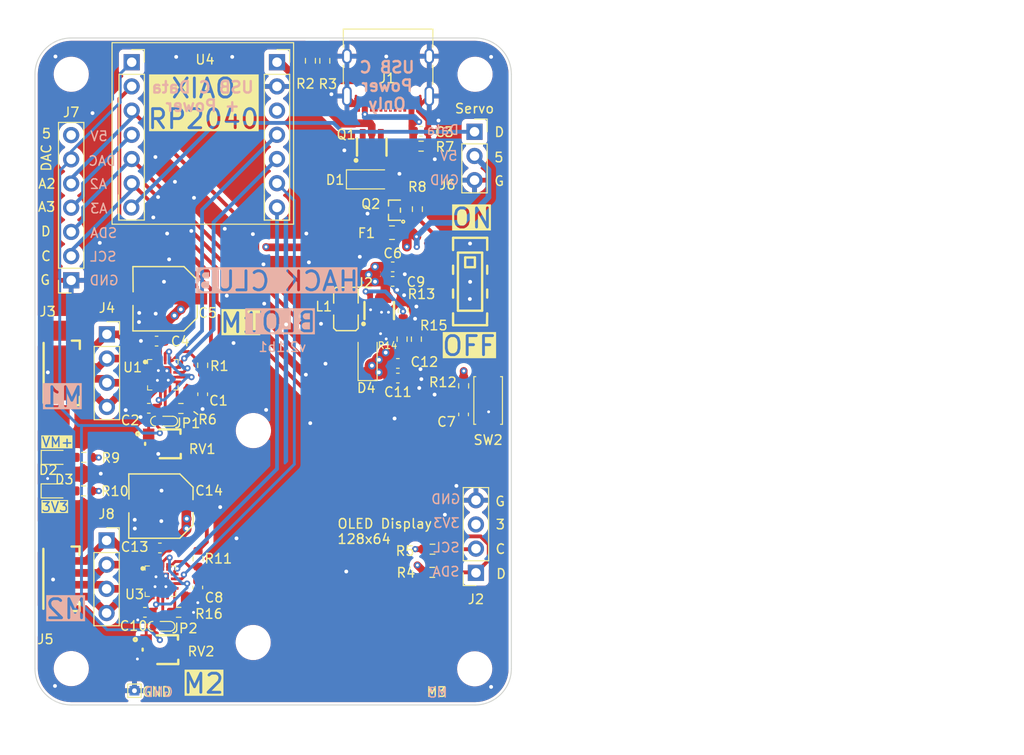
<source format=kicad_pcb>
(kicad_pcb (version 20221018) (generator pcbnew)
  (title_block (title "BLOT") (date "2024-02-13") (rev "2.1b1") (company "HACK CLUB") (comment 1 "Motor Controller Board") (comment 2 "Untested Design") (comment 3 "(CC) Parkview"))
  (layers (0 "F.Cu" signal) (1 "In1.Cu" signal) (2 "In2.Cu" signal) (31 "B.Cu" signal) (34 "B.Paste" user) (35 "F.Paste" user) (36 "B.SilkS" user "B.Silkscreen") (37 "F.SilkS" user "F.Silkscreen") (38 "B.Mask" user) (39 "F.Mask" user) (44 "Edge.Cuts" user))
  (net 0 "")
  (net 1 "EN-Fault1")
  (net 2 "GND")
  (net 3 "DVDD1")
  (net 4 "VMEM")
  (net 5 "VBUS")
  (net 6 "+5VA")
  (net 7 "EN-Fault2")
  (net 8 "DVDD2")
  (net 9 "Net-(J1-CC1)")
  (net 13 "Net-(J1-CC2)")
  (net 17 "M1A1")
  (net 18 "M1A2")
  (net 19 "M1B2")
  (net 20 "M1B1")
  (net 21 "/SDA")
  (net 22 "/SCL")
  (net 23 "+3V3")
  (net 24 "M2A1")
  (net 25 "M2A2")
  (net 26 "M2B1")
  (net 27 "M2B2")
  (net 28 "/A3")
  (net 29 "/A2")
  (net 30 "/DAC")
  (net 31 "/A6")
  (net 32 "Net-(D1-K)")
  (net 33 "Net-(D4-A)")
  (net 34 "Net-(Q2-D)")
  (net 35 "Net-(JP1-C)")
  (net 36 "+5V")
  (net 37 "/ENABLE")
  (net 38 "Net-(U1-DECAY{slash}TOFF)")
  (net 39 "Net-(U2-OC)")
  (net 40 "Net-(U2-FB)")
  (net 41 "Net-(D2-A)")
  (net 42 "Net-(D3-A)")
  (net 43 "Net-(U3-DECAY{slash}TOFF)")
  (net 44 "Net-(JP1-B)")
  (net 45 "Net-(JP2-C)")
  (net 46 "Net-(JP2-B)")
  (net 47 "Net-(Q1A-D)")
  (net 49 "/A10")
  (net 50 "/A9")
  (net 52 "/A8")
  (net 53 "/A7")
  (net 54 "Net-(Q2-G)")
  (footprint "blot-footprints:SW-SMD_MST22D18G2" (layer "F.Cu") (at 149.8 85.15 -90)
    (fp_text reference "SW1" hide)
    (fp_text value "MST22D18G2 125")
  )
  (footprint "blot-footprints:CONN-SMD_4P-P1.25_533980471" (layer "F.Cu") (at 107.65 94.73 -90)
    (fp_text reference "J3")
    (fp_text value "Motor Conn")
  )
  (footprint "Connector_PinSocket_2.54mm:PinSocket_1x03_P2.54mm_Vertical" (layer "F.Cu") (at 150.27 69.42)
    (fp_text reference "J6")
    (fp_text value "SG90")
  )
  (footprint "Capacitor_SMD:C_0603_1608Metric" (layer "F.Cu") (at 141.675 85.12 180)
    (fp_text reference "C9")
    (fp_text value "100nF")
  )
  (footprint "Resistor_SMD:R_0603_1608Metric" (layer "F.Cu") (at 144.66 70.93)
    (fp_text reference "R7")
    (fp_text value "100K")
  )
  (footprint "blot-footprints:WQFN-16_L3.0-W3.0-P0.50-BL-EP1.7" (layer "F.Cu") (at 117.305 116.59 -90)
    (fp_text reference "U3")
    (fp_text value "DRV8428RTER")
  )
  (footprint "MountingHole:MountingHole_3.2mm_M3" (layer "F.Cu") (at 127.06 100.78)
    (fp_text reference "H5" hide)
    (fp_text value "M3")
  )
  (footprint "Resistor_SMD:R_0603_1608Metric" (layer "F.Cu") (at 142.67 91.185 90)
    (fp_text reference "R14")
    (fp_text value "168K")
  )
  (footprint "blot-footprints:CONN-SMD_4P-P1.25_533980471" (layer "F.Cu") (at 107.62 116.34 -90)
    (fp_text reference "J5")
    (fp_text value "Motor Conn")
  )
  (footprint "TestPoint:TestPoint_THTPad_1.0x1.0mm_Drill0.5mm" (layer "F.Cu") (at 114.58 128.08)
    (fp_text reference "TP1" hide)
    (fp_text value "TestPoint")
  )
  (footprint "blot-footprints:SW_SMD_SPST_5x3" (layer "F.Cu") (at 151.7 97.62 -90)
    (fp_text reference "SW2")
    (fp_text value "User")
  )
  (footprint "Capacitor_SMD:C_0603_1608Metric" (layer "F.Cu") (at 141.685 83.6)
    (fp_text reference "C6")
    (fp_text value "22uF")
  )
  (footprint "blot-footprints:JUMPER-3Psml_Bridged_RoundedPad2x1mm" (layer "F.Cu") (at 117.2992 100.1)
    (fp_text reference "JP1")
    (fp_text value "Jumper_3_Bridged12")
  )
  (footprint "blot-footprints:RES-ADJ-SMD_3P-L3.0-W3.8-P1.75-BR" (layer "F.Cu") (at 117.69 102.17 180)
    (fp_text reference "RV1")
    (fp_text value "30K")
  )
  (footprint "Capacitor_SMD:C_0603_1608Metric" (layer "F.Cu") (at 144.645 69.37)
    (fp_text reference "C3")
    (fp_text value "22uF")
  )
  (footprint "blot-footprints:CAP-SMD_BD6.3-L6.6-W6.6-LS7.3-FD" (layer "F.Cu") (at 117.355 108.7 180)
    (fp_text reference "C14")
    (fp_text value "100uF/25V")
  )
  (footprint "Capacitor_SMD:C_0603_1608Metric" (layer "F.Cu") (at 121.74 96.965 -90)
    (fp_text reference "C1")
    (fp_text value "10nF/35V")
  )
  (footprint "Capacitor_SMD:C_0603_1608Metric" (layer "F.Cu") (at 121.225 117.245 -90)
    (fp_text reference "C8")
    (fp_text value "10nF/35V")
  )
  (footprint "Connector_USB:USB_C_Receptacle_HRO_TYPE-C-31-M-12" (layer "F.Cu") (at 141.2 62.54 180)
    (fp_text reference "J1")
    (fp_text value "USB-C Power")
  )
  (footprint "Connector_PinSocket_2.54mm:PinSocket_1x04_P2.54mm_Vertical" (layer "F.Cu") (at 150.42 115.71 180)
    (fp_text reference "J2")
    (fp_text value "OLED Screen")
  )
  (footprint "blot-footprints:QTPYXIAORP2040" (layer "F.Cu") (at 121.91 56.26)
    (fp_text reference "U4")
    (fp_text value "RP2040 XIAO")
  )
  (footprint "blot-footprints:SOT-23-6_L2.9-W1.6-P0.95-LS2.8-BR" (layer "F.Cu") (at 140.27 88.1825 -90)
    (fp_text reference "U2")
    (fp_text value "FP6291LR-G1")
  )
  (footprint "Resistor_SMD:R_0603_1608Metric" (layer "F.Cu") (at 109.26 103.59 180)
    (fp_text reference "R9")
    (fp_text value "10K")
  )
  (footprint "LED_SMD:LED_0603_1608Metric" (layer "F.Cu") (at 106.2725 107.11)
    (fp_text reference "D3")
    (fp_text value "Green")
  )
  (footprint "Resistor_SMD:R_0603_1608Metric" (layer "F.Cu") (at 142.79 88.155 90)
    (fp_text reference "R13")
    (fp_text value "60K")
  )
  (footprint "Capacitor_SMD:C_0603_1608Metric" (layer "F.Cu") (at 142.225 95.27)
    (fp_text reference "C11")
    (fp_text value "22uF")
  )
  (footprint "Diode_SMD:D_SOD-123" (layer "F.Cu") (at 139.05 93.17 90)
    (fp_text reference "D4")
    (fp_text value "B5819W")
  )
  (footprint "MountingHole:MountingHole_3.2mm_M3" (layer "F.Cu") (at 107.95 125.76)
    (fp_text reference "H3" hide)
    (fp_text value "M3")
  )
  (footprint "blot-footprints:SOT-323-3_L2.1-W1.3-P1.30-LS2.3-BL" (layer "F.Cu") (at 141.865 77.65 90)
    (fp_text reference "Q2")
    (fp_text value "DP2101W")
  )
  (footprint "blot-footprints:L1008" (layer "F.Cu") (at 136.76 88.02 -90)
    (fp_text reference "L1")
    (fp_text value "4.7uH")
  )
  (footprint "Diode_SMD:D_SOD-123" (layer "F.Cu") (at 139.185 74.415)
    (fp_text reference "D1")
    (fp_text value "B5819W")
  )
  (footprint "Capacitor_SMD:C_0603_1608Metric" (layer "F.Cu") (at 142.225 93.73 180)
    (fp_text reference "C12")
    (fp_text value "100nF")
  )
  (footprint "blot-footprints:WQFN-16_L3.0-W3.0-P0.50-BL-EP1.7" (layer "F.Cu") (at 117.56 94.92 -90)
    (fp_text reference "U1")
    (fp_text value "DRV8428RTER")
  )
  (footprint "MountingHole:MountingHole_3.2mm_M3" (layer "F.Cu") (at 150.328 63.385)
    (fp_text reference "H1" hide)
    (fp_text value "M3")
  )
  (footprint "MountingHole:MountingHole_3.2mm_M3" (layer "F.Cu") (at 150.29 125.78)
    (fp_text reference "H4" hide)
    (fp_text value "M3")
  )
  (footprint "Resistor_SMD:R_0603_1608Metric" (layer "F.Cu") (at 109.24 107.11 180)
    (fp_text reference "R10")
    (fp_text value "2.7K")
  )
  (footprint "Connector_PinSocket_2.54mm:PinSocket_1x07_P2.54mm_Vertical" (layer "F.Cu") (at 107.94 85.01 180)
    (fp_text reference "J7")
    (fp_text value "GPIO")
  )
  (footprint "Capacitor_SMD:C_0603_1608Metric" (layer "F.Cu") (at 149.12 99.085 90)
    (fp_text reference "C7")
    (fp_text value "100nF")
  )
  (footprint "Capacitor_SMD:C_0603_1608Metric" (layer "F.Cu") (at 117.25 113.1 180)
    (fp_text reference "C13")
    (fp_text value "10nF/35V")
  )
  (footprint "Resistor_SMD:R_0603_1608Metric" (layer "F.Cu") (at 149.13 96.085 90)
    (fp_text reference "R12")
    (fp_text value "10K")
  )
  (footprint "blot-footprints:SOT-23-6_L2.9-W1.6-P0.95-LS2.8-BR" (layer "F.Cu") (at 139.485 71.025 -90)
    (fp_text reference "Q1")
    (fp_text value "WST2011")
  )
  (footprint "Capacitor_SMD:C_0603_1608Metric" (layer "F.Cu") (at 116.905 91.39 180)
    (fp_text reference "C4")
    (fp_text value "10nF/35V")
  )
  (footprint "Resistor_SMD:R_0603_1608Metric" (layer "F.Cu") (at 121.74 93.925 -90)
    (fp_text reference "R1")
    (fp_text value "1.5K")
  )
  (footprint "Resistor_SMD:R_0603_1608Metric" (layer "F.Cu") (at 119.22 119.85 180)
    (fp_text reference "R16")
    (fp_text value "100K")
  )
  (footprint "Resistor_SMD:R_0603_1608Metric_Pad0.98x0.95mm_HandSolder" (layer "F.Cu") (at 144.275 77.5375 -90)
    (fp_text reference "R8")
    (fp_text value "100K")
  )
  (footprint "Resistor_SMD:R_0603_1608Metric_Pad0.98x0.95mm_HandSolder" (layer "F.Cu") (at 133.05 61.9675 -90)
    (fp_text reference "R2")
    (fp_text value "5.1K")
  )
  (footprint "Resistor_SMD:R_0603_1608Metric_Pad0.98x0.95mm_HandSolder" (layer "F.Cu") (at 145.8575 113.23 180)
    (fp_text reference "R4")
    (fp_text value "5.1K")
  )
  (footprint "MountingHole:MountingHole_3.2mm_M3" (layer "F.Cu") (at 127.04 123.02)
    (fp_text reference "H6" hide)
    (fp_text value "M3")
  )
  (footprint "MountingHole:MountingHole_3.2mm_M3" (layer "F.Cu") (at 107.948 63.385)
    (fp_text reference "H2" hide)
    (fp_text value "M3")
  )
  (footprint "Connector_PinSocket_2.54mm:PinSocket_1x04_P2.54mm_Vertical" (layer "F.Cu") (at 111.69 90.68)
    (fp_text reference "J4")
    (fp_text value "NEMA17")
  )
  (footprint "Connector_PinSocket_2.54mm:PinSocket_1x04_P2.54mm_Vertical" (layer "F.Cu") (at 111.655 112.31)
    (fp_text reference "J8")
    (fp_text value "NEMA17")
  )
  (footprint "blot-footprints:CAP-SMD_BD6.3-L6.6-W6.6-LS7.3-FD" (layer "F.Cu") (at 117.79 86.94 180)
    (fp_text reference "C5")
    (fp_text value "100uF/25V")
  )
  (footprint "Capacitor_SMD:C_0603_1608Metric" (layer "F.Cu") (at 116.085 98.44 180)
    (fp_text reference "C2")
    (fp_text value "470nF")
  )
  (footprint "Resistor_SMD:R_0603_1608Metric" (layer "F.Cu") (at 121.255 114.225 -90)
    (fp_text reference "R11")
    (fp_text value "1.5K")
  )
  (footprint "blot-footprints:JUMPER-3Psml_Bridged_RoundedPad2x1mm" (layer "F.Cu") (at 117.0192 121.63)
    (fp_text reference "JP2")
    (fp_text value "Jumper_3_Bridged12")
  )
  (footprint "Capacitor_SMD:C_0603_1608Metric" (layer "F.Cu") (at 115.68 119.85 180)
    (fp_text reference "C10")
    (fp_text value "470nF")
  )
  (footprint "LED_SMD:LED_0603_1608Metric" (layer "F.Cu") (at 106.285 103.59)
    (fp_text reference "D2")
    (fp_text value "Orange")
  )
  (footprint "blot-footprints:RES-ADJ-SMD_3P-L3.0-W3.8-P1.75-BR" (layer "F.Cu") (at 117.43 123.77 180)
    (fp_text reference "RV2")
    (fp_text value "30K")
  )
  (footprint "Resistor_SMD:R_0603_1608Metric_Pad0.98x0.95mm_HandSolder" (layer "F.Cu") (at 134.56 61.9725 90)
    (fp_text reference "R3")
    (fp_text value "5.1K")
  )
  (footprint "Fuse:Fuse_0805_2012Metric" (layer "F.Cu") (at 141.6075 80.01)
    (fp_text reference "F1")
    (fp_text value "800mA")
  )
  (footprint "Resistor_SMD:R_0603_1608Metric" (layer "F.Cu") (at 119.455 98.46 180)
    (fp_text reference "R6")
    (fp_text value "100K")
  )
  (footprint "Resistor_SMD:R_0603_1608Metric_Pad0.98x0.95mm_HandSolder" (layer "F.Cu") (at 145.8375 115.66)
    (fp_text reference "R5")
    (fp_text value "5.1K")
  )
  (footprint "Resistor_SMD:R_0603_1608Metric" (layer "F.Cu") (at 144.17 91.185 -90)
    (fp_text reference "R15")
    (fp_text value "12K")
  )
  (gr_line (start 121.22 99.08) (end 120.83 98.8) (stroke (width 0.15)) (layer "F.SilkS"))
  (gr_line (start 107.948 59.575) (end 150.328 59.575) (stroke (width 0.1)) (layer "Edge.Cuts"))
  (gr_line (start 104.138 125.765) (end 104.138 63.385) (stroke (width 0.1)) (layer "Edge.Cuts"))
  (gr_arc (start 104.138 63.385) (mid 105.253923 60.690923) (end 107.948 59.575) (stroke (width 0.1)) (layer "Edge.Cuts"))
  (gr_arc (start 107.948 129.575) (mid 105.253923 128.459077) (end 104.138 125.765) (stroke (width 0.1)) (layer "Edge.Cuts"))
  (gr_line (start 154.138 63.385) (end 154.138 125.765) (stroke (width 0.1)) (layer "Edge.Cuts"))
  (gr_arc (start 150.328 59.575) (mid 153.022077 60.690923) (end 154.138 63.385) (stroke (width 0.1)) (layer "Edge.Cuts"))
  (gr_line (start 150.328 129.575) (end 107.948 129.575) (stroke (width 0.1)) (layer "Edge.Cuts"))
  (gr_arc (start 154.138 125.765) (mid 153.022077 128.459077) (end 150.328 129.575) (stroke (width 0.1)) (layer "Edge.Cuts"))
  (gr_text "3V3" (at 148.8 111.07) (layer "B.SilkS") (effects (font (size 1 1)) (justify left bottom mirror)))
  (gr_text "GND" (at 118.73 128.8) (layer "B.SilkS") (effects (font (size 1 1)) (justify left bottom mirror)))
  (gr_text "A3" (at 111.84 78.06) (layer "B.SilkS") (effects (font (size 1 1)) (justify left bottom mirror)))
  (gr_text "HACK CLUB" (at 138.29 86.27) (layer "B.SilkS" knockout) (effects (font (size 2 2) (thickness 0.3)) (justify left bottom mirror)))
  (gr_text "5V" (at 111.86 70.47) (layer "B.SilkS") (effects (font (size 1 1)) (justify left bottom mirror)))
  (gr_text "GND" (at 113.02 85.61) (layer "B.SilkS") (effects (font (size 1 1)) (justify left bottom mirror)))
  (gr_text "M2" (at 109.7 120.68) (layer "B.SilkS" knockout) (effects (font (size 2 2) (thickness 0.3)) (justify left bottom mirror)))
  (gr_text "GND" (at 148.88 108.56) (layer "B.SilkS") (effects (font (size 1 1)) (justify left bottom mirror)))
  (gr_text "SDA" (at 112.85 80.63) (layer "B.SilkS") (effects (font (size 1 1)) (justify left bottom mirror)))
  (gr_text "Data" (at 148.72 69.81) (layer "B.SilkS") (effects (font (size 1 1)) (justify left bottom mirror)))
  (gr_text "DAC" (at 112.71 73.06) (layer "B.SilkS") (effects (font (size 1 1)) (justify left bottom mirror)))
  (gr_text "A2" (at 111.79 75.49) (layer "B.SilkS") (effects (font (size 1 1)) (justify left bottom mirror)))
  (gr_text "M3" (at 147.53 128.87) (layer "B.SilkS") (effects (font (size 1 1)) (justify left bottom mirror)))
  (gr_text "5V" (at 148.57 72.53) (layer "B.SilkS") (effects (font (size 1 1)) (justify left bottom mirror)))
  (gr_text "USB C\nPower\nOnly" (at 141.09 67.22) (layer "B.SilkS") (effects (font (size 1.2 1.2) (thickness 0.25) bold) (justify bottom mirror)))
  (gr_text "SCL" (at 112.78 83.11) (layer "B.SilkS") (effects (font (size 1 1)) (justify left bottom mirror)))
  (gr_text "SCL" (at 148.8 113.64) (layer "B.SilkS") (effects (font (size 1 1)) (justify left bottom mirror)))
  (gr_text "v2.1b1" (at 132.7 92.6) (layer "B.SilkS") (effects (font (size 1 1)) (justify left bottom mirror)))
  (gr_text "BLOT" (at 133.82 90.57) (layer "B.SilkS" knockout) (effects (font (size 2 2) (thickness 0.3)) (justify left bottom mirror)))
  (gr_text "USB C Data\n+ Power" (at 121.73 67.39) (layer "B.SilkS") (effects (font (size 1.2 1.2) (thickness 0.25) bold) (justify bottom mirror)))
  (gr_text "GND" (at 148.74 75.08) (layer "B.SilkS") (effects (font (size 1 1)) (justify left bottom mirror)))
  (gr_text "M1" (at 109.35 98.43) (layer "B.SilkS" knockout) (effects (font (size 2 2) (thickness 0.3)) (justify left bottom mirror)))
  (gr_text "SDA" (at 148.78 116.17) (layer "B.SilkS") (effects (font (size 1 1)) (justify left bottom mirror)))
  (gr_text "D" (at 152.46 116.4) (layer "F.SilkS") (effects (font (size 1 1)) (justify left bottom)))
  (gr_text "G" (at 152.36 108.8) (layer "F.SilkS") (effects (font (size 1 1)) (justify left bottom)))
  (gr_text "OLED Display\n128x64" (at 135.8 112.75) (layer "F.SilkS") (effects (font (size 1 1)) (justify left bottom)))
  (gr_text "Servo" (at 148.12 67.57) (layer "F.SilkS") (effects (font (size 1 1)) (justify left bottom)))
  (gr_text "3" (at 152.41 111.22) (layer "F.SilkS") (effects (font (size 1 1)) (justify left bottom)))
  (gr_text "C" (at 152.39 113.8) (layer "F.SilkS") (effects (font (size 1 1)) (justify left bottom)))
  (gr_text "DAC" (at 105.92 73.67 90) (layer "F.SilkS") (effects (font (size 1 1)) (justify left bottom)))
  (gr_text "OFF" (at 146.73 93.07) (layer "F.SilkS" knockout) (effects (font (size 2 2) (thickness 0.3)) (justify left bottom)))
  (gr_text "VM+" (at 104.79 102.59) (layer "F.SilkS" knockout) (effects (font (size 1 1)) (justify left bottom)))
  (gr_text "G" (at 152.26 75.18) (layer "F.SilkS") (effects (font (size 1 1)) (justify left bottom)))
  (gr_text "D" (at 152.28 70.04) (layer "F.SilkS") (effects (font (size 1 1)) (justify left bottom)))
  (gr_text "3V3" (at 104.76 109.38) (layer "F.SilkS" knockout) (effects (font (size 1 1)) (justify left bottom)))
  (gr_text "C" (at 104.7 83.06) (layer "F.SilkS") (effects (font (size 1 1)) (justify left bottom)))
  (gr_text "ON" (at 147.71 79.67) (layer "F.SilkS" knockout) (effects (font (size 2 2) (thickness 0.3)) (justify left bottom)))
  (gr_text "D" (at 104.68 80.46) (layer "F.SilkS") (effects (font (size 1 1)) (justify left bottom)))
  (gr_text "M1" (at 123.41 90.66) (layer "F.SilkS" knockout) (effects (font (size 2 2) (thickness 0.3)) (justify left bottom)))
  (gr_text "GND" (at 115.28 128.78) (layer "F.SilkS") (effects (font (size 1 1)) (justify left bottom)))
  (gr_text "M2" (at 119.54 128.5) (layer "F.SilkS" knockout) (effects (font (size 2 2) (thickness 0.3)) (justify left bottom)))
  (gr_text "M3" (at 145.14 128.8) (layer "F.SilkS") (effects (font (size 1 1)) (justify left bottom)))
  (gr_text "A3" (at 104.36 77.89) (layer "F.SilkS") (effects (font (size 1 1)) (justify left bottom)))
  (gr_text "A2" (at 104.39 75.46) (layer "F.SilkS") (effects (font (size 1 1)) (justify left bottom)))
  (gr_text "XIAO\nRP2040" (at 121.82 69.25) (layer "F.SilkS" knockout) (effects (font (size 2 2) (thickness 0.3)) (justify bottom)))
  (gr_text "5" (at 104.77 70.2) (layer "F.SilkS") (effects (font (size 1 1)) (justify left bottom)))
  (gr_text "G" (at 104.61 85.56) (layer "F.SilkS") (effects (font (size 1 1)) (justify left bottom)))
  (gr_text "5" (at 152.25 72.7) (layer "F.SilkS") (effects (font (size 1 1)) (justify left bottom)))
  (segment (start 108.63 63.68) (end 108.63 63.63) (width 0.4) (layer "F.Cu") (net 0))
  (segment (start 119.55 92.49) (end 119.52 92.46) (width 0.3) (layer "F.Cu") (net 1))
  (segment (start 118.56 93.42) (end 118.31 93.42) (width 0.3) (layer "F.Cu") (net 1))
  (segment (start 120.915 93.135) (end 120.27 92.49) (width 0.3) (layer "F.Cu") (net 1))
  (segment (start 121.74 94.75) (end 120.915 93.925) (width 0.3) (layer "F.Cu") (net 1))
  (segment (start 120.27 92.49) (end 119.55 92.49) (width 0.3) (layer "F.Cu") (net 1))
  (segment (start 121.74 96.19) (end 121.74 94.75) (width 0.3) (layer "F.Cu") (net 1))
  (segment (start 120.915 93.925) (end 120.915 93.135) (width 0.3) (layer "F.Cu") (net 1))
  (segment (start 119.52 92.46) (end 118.56 93.42) (width 0.3) (layer "F.Cu") (net 1))
  (segment (start 116.99 95.49) (end 117.56 94.92) (width 0.3) (layer "F.Cu") (net 2))
  (segment (start 142.88 86.57) (end 142.45 86.99) (width 0.8) (layer "F.Cu") (net 2))
  (segment (start 115.28 91.39) (end 115.26 91.37) (width 0.8) (layer "F.Cu") (net 2))
  (segment (start 140.27 90.43) (end 141 91.16) (width 0.8) (layer "F.Cu") (net 2))
  (segment (start 142.46 84.86) (end 142.46 85.11) (width 0.8) (layer "F.Cu") (net 2))
  (segment (start 139.62 88.36) (end 139.36 88.1) (width 0.8) (layer "F.Cu") (net 2))
  (segment (start 117.09 94.48) (end 117.12 94.48) (width 0.3) (layer "F.Cu") (net 2))
  (segment (start 121.225 118.02) (end 121.225 118.835) (width 0.8) (layer "F.Cu") (net 2))
  (segment (start 115.12 89.45) (end 115.12 90.38) (width 1) (layer "F.Cu") (net 2))
  (segment (start 141.42375 88.24625) (end 142.47625 87.19375) (width 0.6) (layer "F.Cu") (net 2))
  (segment (start 142.45 86.99) (end 142.79 87.33) (width 0.8) (layer "F.Cu") (net 2))
  (segment (start 120.045 119.85) (end 120.77 119.85) (width 0.8) (layer "F.Cu") (net 2))
  (segment (start 116.13 91.39) (end 116.13 92.537208) (width 0.6) (layer "F.Cu") (net 2))
  (segment (start 137.795 66.585) (end 136.88 65.67) (width 0.4) (layer "F.Cu") (net 2))
  (segment (start 116.81 94.17) (end 117.09 94.45) (width 0.3) (layer "F.Cu") (net 2))
  (segment (start 144.37 93.77) (end 143.15 93.77) (width 1.5) (layer "F.Cu") (net 2))
  (segment (start 116.99 95.51) (end 116.99 95.49) (width 0.3) (layer "F.Cu") (net 2))
  (segment (start 115.06 89.39) (end 115.12 89.45) (width 1) (layer "F.Cu") (net 2))
  (segment (start 120.77 119.85) (end 120.78 119.86) (width 0.8) (layer "F.Cu") (net 2))
  (segment (start 115.12 88.39) (end 115.08 88.43) (width 1) (layer "F.Cu") (net 2))
  (segment (start 114.685 108.7) (end 114.685 110.065) (width 1) (layer "F.Cu") (net 2))
  (segment (start 115.12 90.38) (end 116.13 91.39) (width 1) (layer "F.Cu") (net 2))
  (segment (start 134.56 61.06) (end 133.055 61.06) (width 0.4) (layer "F.Cu") (net 2))
  (segment (start 142.46 85.11) (end 142.45 85.12) (width 0.8) (layer "F.Cu") (net 2))
  (segment (start 144.6 94.33) (end 144.37 94.1) (width 1.5) (layer "F.Cu") (net 2))
  (segment (start 127.371827 82.581827) (end 127.371827 80.521827) (width 0.6) (layer "F.Cu") (net 2))
  (segment (start 115.12 89.33) (end 115.06 89.39) (width 1) (layer "F.Cu") (net 2))
  (segment (start 116.97 95.51) (end 116.99 95.51) (width 0.3) (layer "F.Cu") (net 2))
  (segment (start 115.12 86.94) (end 115.12 88.39) (width 1) (layer "F.Cu") (net 2))
  (segment (start 117.09 94.45) (end 117.09 94.48) (width 0.3) (layer "F.Cu") (net 2))
  (segment (start 114.685 110.995) (end 114.62 111.06) (width 1) (layer "F.Cu") (net 2))
  (segment (start 144.37 92.01) (end 144.77 92.01) (width 1.5) (layer "F.Cu") (net 2))
  (segment (start 136.88 61.49) (end 134.99 61.49) (width 0.4) (layer "F.Cu") (net 2))
  (segment (start 146.95 85.15) (end 143.84 84.64) (width 1.5) (layer "F.Cu") (net 2))
  (segment (start 116.555 118.2) (end 114.905 119.85) (width 0.3) (layer "F.Cu") (net 2))
  (segment (start 116.565 113.315) (end 115.92 113.96) (width 0.6) (layer "F.Cu") (net 2))
  (segment (start 116.13 91.39) (end 115.28 91.39) (width 0.8) (layer "F.Cu") (net 2))
  (segment (start 144.37 94.1) (end 144.37 93.77) (width 1.5) (layer "F.Cu") (net 2))
  (segment (start 144.14 88.1) (end 144.28 88.24) (width 1.5) (layer "F.Cu") (net 2))
  (segment (start 144.45 66.585) (end 144.605 66.585) (width 0.4) (layer "F.Cu") (net 2))
  (segment (start 151.71 99.87) (end 151.71 98.85) (width 0.8) (layer "F.Cu") (net 2))
  (segment (start 143.15 94.69) (end 143 94.54) (width 1) (layer "F.Cu") (net 2))
  (segment (start 116.81 93.42) (end 116.81 94.17) (width 0.3) (layer "F.Cu") (net 2))
  (segment (start 120.55 79.83) (end 120.56 79.83) (width 0.4) (layer "F.Cu") (net 2))
  (segment (start 149.13 99.87) (end 149.12 99.86) (width 0.8) (layer "F.Cu") (net 2))
  (segment (start 114.62 111.06) (end 114.685 111.125) (width 1) (layer "F.Cu") (net 2))
  (segment (start 149.83 85.15) (end 152.65 85.15) (width 1.5) (layer "F.Cu") (net 2))
  (segment (start 105.475 105.19) (end 105.475 107.085) (width 0.8) (layer "F.Cu") (net 2))
  (segment (start 137.95 66.585) (end 137.795 66.585) (width 0.4) (layer "F.Cu") (net 2))
  (segment (start 151.71 98.85) (end 151.75 98.81) (width 0.8) (layer "F.Cu") (net 2))
  (segment (start 114.685 110.215) (end 114.685 110.995) (width 1) (layer "F.Cu") (net 2))
  (segment (start 140.4875 88.3825) (end 140.51 88.36) (width 0.8) (layer "F.Cu") (net 2))
  (segment (start 140.51 88.36) (end 139.62 88.36) (width 0.8) (layer "F.Cu") (net 2))
  (segment (start 117.15 103.23) (end 116.15 103.23) (width 0.8) (layer "F.Cu") (net 2))
  (segment (start 115.12 88.47) (end 115.12 89.33) (width 1) (layer "F.Cu") (net 2))
  (segment (start 120.28 98.46) (end 121.55 98.46) (width 0.8) (layer "F.Cu") (net 2))
  (segment (start 142.45 85.12) (end 142.15 86.02) (width 0.8) (layer "F.Cu") (net 2))
  (segment (start 105.4975 103.59) (end 105.4975 105.1675) (width 0.8) (layer "F.Cu") (net 2))
  (segment (start 116.81 96.42) (end 116.81 96.73) (width 0.3) (layer "F.Cu") (net 2))
  (segment (start 116.555 115.835) (end 116.555 115.09) (width 0.3) (layer "F.Cu") (net 2))
  (segment (start 116.15 103.23) (end 116.14 103.22) (width 0.8) (layer "F.Cu") (net 2))
  (segment (start 114.685 110.065) (end 114.61 110.14) (width 1) (layer "F.Cu") (net 2))
  (segment (start 142.15 86.02) (end 142.88 86.57) (width 0.8) (layer "F.Cu") (net 2))
  (segment (start 121.23 118.84) (end 121.23 119.41) (width 0.8) (layer "F.Cu") (net 2))
  (segment (start 114.61 110.14) (end 114.685 110.215) (width 1) (layer "F.Cu") (net 2))
  (segment (start 114.685 111.125) (end 114.685 111.23) (width 1) (layer "F.Cu") (net 2))
  (segment (start 116.81 95.67) (end 116.97 95.51) (width 0.3) (layer "F.Cu") (net 2))
  (segment (start 145.42 68.18) (end 145.42 69.37) (width 0.6) (layer "F.Cu") (net 2))
  (segment (start 116.81 93.42) (end 116.81 93.23) (width 0.3) (layer "F.Cu") (net 2))
  (segment (start 144.17 88.253112) (end 144.17 87.76) (width 1.5) (layer "F.Cu") (net 2))
  (segment (start 144.443112 87.73) (end 143.95 87.73) (width 1.5) (layer "F.Cu") (net 2))
  (segment (start 127.371827 80.521827) (end 127.01 80.16) (width 0.6) (layer "F.Cu") (net 2))
  (segment (start 117.12 94.48) (end 117.56 94.92) (width 0.3) (layer "F.Cu") (net 2))
  (segment (start 143.15 93.77) (end 143.15 93.73) (width 1.5) (layer "F.Cu") (net 2))
  (segment (start 141.24 88.36) (end 141.2625 88.3825) (width 0.8) (layer "F.Cu") (net 2))
  (segment (start 144.038444 87.618444) (end 143.241556 86.821556) (width 1.5) (layer "F.Cu") (net 2))
  (segment (start 142.46 83.6) (end 142.46 83.88) (width 0.8) (layer "F.Cu") (net 2))
  (segment (start 121.225 118.835) (end 121.23 118.84) (width 0.8) (layer "F.Cu") (net 2))
  (segment (start 143.96 96.08) (end 144.37 95.67) (width 1.5) (layer "F.Cu") (net 2))
  (segment (start 115.92 113.96) (end 115.92 114.62) (width 0.6) (layer "F.Cu") (net 2))
  (segment (start 116.13 92.55) (end 116.13 91.39) (width 0.3) (layer "F.Cu") (net 2))
  (segment (start 142.88 86.963112) (end 142.88 86.57) (width 1.5) (layer "F.Cu") (net 2))
  (segment (start 115.31 99.27) (end 115.22 99.36) (width 0.8) (layer "F.Cu") (net 2))
  (segment (start 144.77 92.01) (end 145.595 91.185) (width 1.5) (layer "F.Cu") (net 2))
  (segment (start 142.46 83.88) (end 142.95 84.37) (width 0.8) (layer "F.Cu") (net 2))
  (segment (start 114.905 120.625) (end 114.93 120.65) (width 0.8) (layer "F.Cu") (net 2))
  (segment (start 144.47 96.31) (end 143.96 96.08) (width 1.5) (layer "F.Cu") (net 2))
  (segment (start 116.81 96.42) (end 116.81 95.67) (width 0.3) (layer "F.Cu") (net 2))
  (segment (start 105.4975 105.1675) (end 105.475 105.19) (width 0.8) (layer "F.Cu") (net 2))
  (segment (start 120.56 79.83) (end 123.82 83.09) (width 0.4) (layer "F.Cu") (net 2))
  (segment (start 123.82 83.09) (end 123.82 86.17) (width 0.4) (layer "F.Cu") (net 2))
  (segment (start 142.88 86.57) (end 142.88 84.44) (width 1.5) (layer "F.Cu") (net 2))
  (segment (start 116.0825 97.6675) (end 115.31 98.44) (width 0.3) (layer "F.Cu") (net 2))
  (segment (start 146.95 85.15) (end 149.79 85.15) (width 1.5) (layer "F.Cu") (net 2))
  (segment (start 143 93.73) (end 143 94.54) (width 1) (layer "F.Cu") (net 2))
  (segment (start 123.82 86.17) (end 124.27 86.62) (width 0.4) (layer "F.Cu") (net 2))
  (segment (start 121.73 97.67) (end 121.73 98.54) (width 0.8) (layer "F.Cu") (net 2))
  (segment (start 116.81 96.73) (end 116.0825 97.4575) (width 0.3) (layer "F.Cu") (net 2))
  (segment (start 144.37 93.77) (end 144.37 92.01) (width 1.5) (layer "F.Cu") (net 2))
  (segment (start 121.23 119.41) (end 120.78 119.86) (width 0.8) (layer "F.Cu") (net 2))
  (segment (start 116.06 114.77) (end 116.39 115.1) (width 0.6) (layer "F.Cu") (net 2))
  (segment (start 116.555 118.09) (end 116.555 118.2) (width 0.3) (layer "F.Cu") (net 2))
  (segment (start 133.055 61.06) (end 133.05 61.055) (width 0.4) (layer "F.Cu") (net 2))
  (segment (start 145.595 89.678112) (end 144.956888 89.04) (width 1.5) (layer "F.Cu") (net 2))
  (segment (start 116.84 116.12) (end 116.555 115.835) (width 0.3) (layer "F.Cu") (net 2))
  (segment (start 143.15 95.27) (end 143.15 94.69) (width 1) (layer "F.Cu") (net 2))
  (segment (start 116.565 113.11) (end 116.565 113.315) (width 0.6) (layer "F.Cu") (net 2))
  (segment (start 144.37 95.67) (end 144.69 95.38) (width 1.5) (layer "F.Cu") (net 2))
  (segment (start 105.475 107.085) (end 105.45 107.11) (width 0.8) (layer "F.Cu") (net 2))
  (segment (start 134.99 61.49) (end 134.56 61.06) (width 0.4) (layer "F.Cu") (net 2))
  (segment (start 142.88 84.44) (end 142.95 84.37) (width 1.5) (layer "F.Cu") (net 2))
  (segment (start 144.22 89) (end 144.22 88.073112) (width 1.5) (layer "F.Cu") (net 2))
  (segment (start 140.27 88.3825) (end 140.4875 88.3825) (width 0.8) (layer "F.Cu") (net 2))
  (segment (start 145.52 61.49) (end 145.52 65.67) (width 0.4) (layer "F.Cu") (net 2))
  (segment (start 140.27 89.5325) (end 140.27 90.43) (width 0.8) (layer "F.Cu") (net 2))
  (segment (start 144.69 95.38) (end 144.37 94.56) (width 1.5) (layer "F.Cu") (net 2))
  (segment (start 142.95 84.37) (end 142.46 84.86) (width 0.8) (layer "F.Cu") (net 2))
  (segment (start 141.2175 88.3825) (end 141.24 88.36) (width 0.8) (layer "F.Cu") (net 2))
  (segment (start 115.08 88.43) (end 115.12 88.47) (width 1) (layer "F.Cu") (net 2))
  (segment (start 116.02 124.77) (end 115.08 124.77) (width 0.8) (layer "F.Cu") (net 2))
  (segment (start 149.79 85.15) (end 149.81 85.17) (width 1.5) (layer "F.Cu") (net 2))
  (segment (start 143.96 96.08) (end 143.15 95.27) (width 1.5) (layer "F.Cu") (net 2))
  (segment (start 116.81 93.23) (end 116.13 92.55) (width 0.3) (layer "F.Cu") (net 2))
  (segment (start 128.12 83.33) (end 127.371827 82.581827) (width 0.6) (layer "F.Cu") (net 2))
  (segment (start 149.81 85.17) (end 149.83 85.15) (width 1.5) (layer "F.Cu") (net 2))
  (segment (start 144.605 66.585) (end 145.52 65.67) (width 0.4) (layer "F.Cu") (net 2))
  (segment (start 144.37 94.56) (end 144.6 94.33) (width 1.5) (layer "F.Cu") (net 2))
  (segment (start 116.13 92.537208) (end 116.311396 92.718604) (width 0.6) (layer "F.Cu") (net 2))
  (segment (start 151.71 99.87) (end 149.13 99.87) (width 0.8) (layer "F.Cu") (net 2))
  (segment (start 145.595 91.185) (end 145.595 89.678112) (width 1.5) (layer "F.Cu") (net 2))
  (segment (start 114.9 124.76) (end 114.89 124.75) (width 0.8) (layer "F.Cu") (net 2))
  (segment (start 140.27 89.5325) (end 140.27 88.3825) (width 0.8) (layer "F.Cu") (net 2))
  (segment (start 144.45 66.585) (end 144.45 67.21) (width 0.6) (layer "F.Cu") (net 2))
  (segment (start 140.5325 88.3825) (end 141.2175 88.3825) (width 0.8) (layer "F.Cu") (net 2))
  (segment (start 140.51 88.36) (end 140.5325 88.3825) (width 0.8) (layer "F.Cu") (net 2))
  (segment (start 114.685 111.23) (end 116.565 113.11) (width 1) (layer "F.Cu") (net 2))
  (segment (start 114.905 119.85) (end 114.905 120.625) (width 0.8) (layer "F.Cu") (net 2))
  (segment (start 116.0825 97.4575) (end 116.0825 97.6675) (width 0.3) (layer "F.Cu") (net 2))
  (segment (start 144.45 67.21) (end 145.42 68.18) (width 0.6) (layer "F.Cu") (net 2))
  (segment (start 145.156888 89) (end 144.23 89) (width 1.5) (layer "F.Cu") (net 2))
  (segment (start 115.31 98.44) (end 115.31 99.27) (width 0.8) (layer "F.Cu") (net 2))
  (via (at 144.03 89.04) (size 0.8) (drill 0.4) (layers "F.Cu" "B.Cu") (net 2))
  (via (at 146.1 72.3) (size 0.8) (drill 0.4) (layers "F.Cu" "B.Cu") (net 2))
  (via (at 114.93 120.65) (size 0.65) (drill 0.3) (layers "F.Cu" "B.Cu") (net 2))
  (via (at 117.98 94.5) (size 0.65) (drill 0.3) (layers "F.Cu" "B.Cu") (net 2))
  (via (at 144.69 95.38) (size 0.8) (drill 0.4) (layers "F.Cu" "B.Cu") (net 2))
  (via (at 127.01 80.16) (size 0.8) (drill 0.4) (layers "F.Cu" "B.Cu") (net 2))
  (via (at 144.6 94.33) (size 0.8) (drill 0.4) (layers "F.Cu" "B.Cu") (net 2))
  (via (at 118.13 95.49) (size 0.65) (drill 0.3) (layers "F.Cu" "B.Cu") (net 2))
  (via (at 147.16 109.61) (size 0.8) (drill 0.4) (layers "F.Cu" "B.Cu") (net 2))
  (via (at 132.62 80.1) (size 0.8) (drill 0.4) (layers "F.Cu" "B.Cu") (net 2))
  (via (at 116.56 78.41) (size 0.8) (drill 0.4) (layers "F.Cu" "B.Cu") (net 2))
  (via (at 114.61 110.14) (size 0.8) (drill 0.4) (layers "F.Cu" "B.Cu") (net 2))
  (via (at 105.47 105.81) (size 0.65) (drill 0.3) (layers "F.Cu" "B.Cu") (net 2))
  (via (at 149.78 86.97) (size 0.8) (drill 0.4) (layers "F.Cu" "B.Cu") (net 2))
  (via (at 111.045 105.3) (size 0.8) (drill 0.4) (layers "F.Cu" "B.Cu") (net 2))
  (via (at 116.81 88.51) (size 0.8) (drill 0.4) (layers "F.Cu" "B.Cu") (net 2))
  (via (at 120.83 76.35) (size 0.8) (drill 0.4) (layers "F.Cu" "B.Cu") (net 2))
  (via (at 117.42 107.08) (size 0.8) (drill 0.4) (layers "F.Cu" "B.Cu") (net 2))
  (via (at 152.01 127.68) (size 0.8) (drill 0.4) (layers "F.Cu" "B.Cu") (net 2))
  (via (at 120.55 79.83) (size 0.8) (drill 0.4) (layers "F.Cu" "B.Cu") (net 2))
  (via (at 118.96 61.56) (size 0.8) (drill 0.4) (layers "F.Cu" "B.Cu") (net 2))
  (via (at 142.39 73.83) (size 0.8) (drill 0.4) (layers "F.Cu" "B.Cu") (net 2))
  (via (at 116.99 95.51) (size 0.65) (drill 0.3) (layers "F.Cu" "B.Cu") (net 2))
  (via (at 138.23 82.54) (size 0.8) (drill 0.4) (layers "F.Cu" "B.Cu") (net 2))
  (via (at 114.62 111.06) (size 0.8) (drill 0.4) (layers "F.Cu" "B.Cu") (net 2))
  (via (at 124.27 86.62) (size 0.8) (drill 0.4) (layers "F.Cu" "B.Cu") (net 2))
  (via (at 134.16 89.57) (size 0.8) (drill 0.4) (layers "F.Cu" "B.Cu") (net 2))
  (via (at 106.04 116.41) (size 0.8) (drill 0.4) (layers "F.Cu" "B.Cu") (net 2))
  (via (at 134.63 93.76) (size 0.8) (drill 0.4) (layers "F.Cu" "B.Cu") (net 2))
  (via (at 133.03 100) (size 0.8) (drill 0.4) (layers "F.Cu" "B.Cu") (net 2))
  (via (at 121.23 118.84) (size 0.65) (drill 0.3) (layers "F.Cu" "B.Cu") (net 2))
  (via (at 118.22 82.81) (size 0.8) (drill 0.4) (layers "F.Cu" "B.Cu") (net 2))
  (via (at 124.98 91.59) (size 0.8) (drill 0.4) (layers "F.Cu" "B.Cu") (net 2))
  (via (at 144.47 96.31) (size 0.8) (drill 0.4) (layers "F.Cu" "B.Cu") (net 2))
  (via (at 146.08 97) (size 0.8) (drill 0.4) (layers "F.Cu" "B.Cu") (net 2))
  (via (at 132.89 83.12) (size 0.8) (drill 0.4) (layers "F.Cu" "B.Cu") (net 2))
  (via (at 115.06 89.39) (size 0.8) (drill 0.4) (layers "F.Cu" "B.Cu") (net 2))
  (via (at 114.89 124.75) (size 0.65) (drill 0.3) (layers "F.Cu" "B.Cu") (net 2))
  (via (at 152.01 61.56) (size 0.8) (drill 0.4) (layers "F.Cu" "B.Cu") (net 2))
  (via (at 117.09 94.48) (size 0.65) (drill 0.3) (layers "F.Cu" "B.Cu") (net 2))
  (via (at 116.74 117.16) (size 0.65) (drill 0.3) (layers "F.Cu" "B.Cu") (net 2))
  (via (at 117.68 85.16) (size 0.8) (drill 0.4) (layers "F.Cu" "B.Cu") (net 2))
  (via (at 142.88 86.57) (size 0.8) (drill 0.4) (layers "F.Cu" "B.Cu") (net 2))
  (via (at 116.78 72.07) (size 0.8) (drill 0.4) (layers "F.Cu" "B.Cu") (net 2))
  (via (at 117.86 116.04) (size 0.65) (drill 0.3) (layers "F.Cu" "B.Cu") (net 2))
  (via (at 120.78 119.86) (size 0.65) (drill 0.3) (layers "F.Cu" "B.Cu") (net 2))
  (via (at 115.26 91.37) (size 0.8) (drill 0.4) (layers "F.Cu" "B.Cu") (net 2))
  (via (at 106.24 127.58) (size 0.8) (drill 0.4) (layers "F.Cu" "B.Cu") (net 2))
  (via (at 135.25 65.48) (size 0.8) (drill 0.4) (layers "F.Cu" "B.Cu") (net 2))
  (via (at 144.17 87.76) (size 0.8) (drill 0.4) (layers "F.Cu" "B.Cu") (net 2))
  (via (at 116.84 116.12) (size 0.65) (drill 0.3) (layers "F.Cu" "B.Cu") (net 2))
  (via (at 149.81 85.17) (size 0.8) (drill 0.4) (layers "F.Cu" "B.Cu") (net 2))
  (via (at 115.22 99.36) (size 0.8) (drill 0.4) (layers "F.Cu" "B.Cu") (net 2))
  (via (at 136.81 115.57) (size 0.8) (drill 0.4) (layers "F.Cu" "B.Cu") (net 2))
  (via (at 123.58 108.81) (size 0.8) (drill 0.4) (layers "F.Cu" "B.Cu") (net 2))
  (via (at 148.37 106.58) (size 0.8) (drill 0.4) (layers "F.Cu" "B.Cu") (net 2))
  (via (at 146.49 68.24) (size 0.8) (drill 0.4) (layers "F.Cu" "B.Cu") (net 2))
  (via (at 140.41 90.61) (size 0.65) (drill 0.3) (layers "F.Cu" "B.Cu") (net 2))
  (via (at 132.57 94.91) (size 0.8) (drill 0.4) (layers "F.Cu" "B.Cu") (net 2))
  (via (at 128.12 83.33) (size 0.8) (drill 0.4) (layers "F.Cu" "B.Cu") (net 2))
  (via (at 124.06 79.6) (size 0.8) (drill 0.4) (layers "F.Cu" "B.Cu") (net 2))
  (via (at 136.61 71.37) (size 0.8) (drill 0.4) (layers "F.Cu" "B.Cu") (net 2))
  (via (at 141 91.16) (size 0.65) (drill 0.3) (layers "F.Cu" "B.Cu") (net 2))
  (via (at 139.36 88.1) (size 0.65) (drill 0.3) (layers "F.Cu" "B.Cu") (net 2))
  (via (at 151.75 98.81) (size 0.65) (drill 0.3) (layers "F.Cu" "B.Cu") (net 2))
  (via (at 128.2 87.46) (size 0.8) (drill 0.4) (layers "F.Cu" "B.Cu") (net 2))
  (via (at 110.94 81.08) (size 0.8) (drill 0.4) (layers "F.Cu" "B.Cu") (net 2))
  (via (at 128.4 98.61) (size 0.8) (drill 0.4) (layers "F.Cu" "B.Cu") (net 2))
  (via (at 117.08 103.23) (size 0.8) (drill 0.4) (layers "F.Cu" "B.Cu") (net 2))
  (via (at 142.15 86.02) (size 0.8) (drill 0.4) (layers "F.Cu" "B.Cu") (net 2))
  (via (at 130.5 89.64) (size 0.8) (drill 0.4) (layers "F.Cu" "B.Cu") (net 2))
  (via (at 117.88 117.16) (size 0.65) (drill 0.3) (layers "F.Cu" "B.Cu") (net 2))
  (via (at 141.88 99.51) (size 0.8) (drill 0.4) (layers "F.Cu" "B.Cu") (net 2))
  (via (at 140.51 88.36) (size 0.65) (drill 0.3) (layers "F.Cu" "B.Cu") (net 2))
  (via (at 121.73 98.52) (size 0.8) (drill 0.4) (layers "F.Cu" "B.Cu") (net 2))
  (via (at 118.01 80.1) (size 0.8) (drill 0.4) (layers "F.Cu" "B.Cu") (net 2))
  (via (at 125.29 112.09) (size 0.8) (drill 0.4) (layers "F.Cu" "B.Cu") (net 2))
  (via (at 113.66 98.63) (size 0.8) (drill 0.4) (layers "F.Cu" "B.Cu") (net 2))
  (via (at 105.49 94.67) (size 0.8) (drill 0.4) (layers "F.Cu" "B.Cu") (net 2))
  (via (at 139.04 78.01) (size 0.8) (drill 0.4) (layers "F.Cu" "B.Cu") (net 2))
  (via (at 117.4 110.28) (size 0.8) (drill 0.4) (layers "F.Cu" "B.Cu") (net 2))
  (via (at 115.08 88.43) (size 0.8) (drill 0.4) (layers "F.Cu" "B.Cu") (net 2))
  (via (at 110.18 67.46) (size 0.8) (drill 0.4) (layers "F.Cu" "B.Cu") (net 2))
  (via (at 141.24 88.36) (size 0.65) (drill 0.3) (layers "F.Cu" "B.Cu") (net 2))
  (via (at 117.06 76.27) (size 0.8) (drill 0.4) (layers "F.Cu" "B.Cu") (net 2))
  (via (at 118.83 74.67) (size 0.8) (drill 0.4) (layers "F.Cu" "B.Cu") (net 2))
  (via (at 141.01 61.52) (size 0.8) (drill 0.4) (layers "F.Cu" "B.Cu") (net 2))
  (via (at 149.8 81.15) (size 0.8) (drill 0.4) (layers "F.Cu" "B.Cu") (net 2))
  (via (at 142.95 84.37) (size 0.8) (drill 0.4) (layers "F.Cu" "B.Cu") (net 2))
  (via (at 106.29 61.52) (size 0.8) (drill 0.4) (layers "F.Cu" "B.Cu") (net 2))
  (via (at 124.84 61.56) (size 0.8) (drill 0.4) (layers "F.Cu" "B.Cu") (net 2))
  (segment (start 117.81 92.68) (end 117.995002 92.494998) (width 0.3) (layer "F.Cu") (net 3))
  (segment (start 116.86 98.44) (end 116.07 99.23) (width 0.3) (layer "F.Cu") (net 3))
  (segment (start 117.31 96.42) (end 117.31 97.99) (width 0.3) (layer "F.Cu") (net 3))
  (segment (start 117.81 93.42) (end 117.81 92.68) (width 0.3) (layer "F.Cu") (net 3))
  (segment (start 116.07 99.23) (end 116.07 101.17) (width 0.3) (layer "F.Cu") (net 3))
  (segment (start 120.57 95.17) (end 119.06 95.17) (width 0.3) (layer "F.Cu") (net 3))
  (segment (start 117.31 97.99) (end 116.86 98.44) (width 0.3) (layer "F.Cu") (net 3))
  (segment (start 117.995002 92.494998) (end 118.211335 92.494998) (width 0.3) (layer "F.Cu") (net 3))
  (via (at 120.57 95.17) (size 0.65) (drill 0.3) (layers "F.Cu" "B.Cu") (net 3))
  (via (at 117.135 97.568388) (size 0.65) (drill 0.3) (layers "F.Cu" "B.Cu") (net 3))
  (via (at 118.211335 92.494998) (size 0.65) (drill 0.3) (layers "F.Cu" "B.Cu") (net 3))
  (segment (start 120.57 95.17) (end 120.109339 95.17) (width 0.3) (layer "B.Cu") (net 3))
  (segment (start 120.35 94.95) (end 119.48 94.95) (width 0.3) (layer "B.Cu") (net 3))
  (segment (start 117.710951 97.568388) (end 117.135 97.568388) (width 0.3) (layer "B.Cu") (net 3))
  (segment (start 120.109339 95.17) (end 117.710951 97.568388) (width 0.3) (layer "B.Cu") (net 3))
  (segment (start 119.48 94.95) (end 118.211335 93.681335) (width 0.3) (layer "B.Cu") (net 3))
  (segment (start 118.211335 93.681335) (end 118.211335 92.494998) (width 0.3) (layer "B.Cu") (net 3))
  (segment (start 120.57 95.17) (end 120.35 94.95) (width 0.3) (layer "B.Cu") (net 3))
  (segment (start 120.055 111.165) (end 118.145 113.075) (width 1) (layer "F.Cu") (net 4))
  (segment (start 120.025 108.7) (end 120.025 109.985) (width 1) (layer "F.Cu") (net 4))
  (segment (start 118.78 88.71) (end 118.78 88.62) (width 1) (layer "F.Cu") (net 4))
  (segment (start 142.195 92.01) (end 141.615 92.59) (width 1.5) (layer "F.Cu") (net 4))
  (segment (start 140.23 93.62) (end 140.25 93.35) (width 1.5) (layer "F.Cu") (net 4))
  (segment (start 120.025 111.025) (end 120.05 111.05) (width 1) (layer "F.Cu") (net 4))
  (segment (start 117.68 89.72) (end 118.69 88.71) (width 1) (layer "F.Cu") (net 4))
  (segment (start 140.23 93.66) (end 140.23 94.67) (width 1.5) (layer "F.Cu") (net 4))
  (segment (start 117.055 114.17) (end 117.14 114.085) (width 0.3) (layer "F.Cu") (net 4))
  (segment (start 142.67 92.01) (end 142.195 92.01) (width 1.5) (layer "F.Cu") (net 4))
  (segment (start 117.055 115.09) (end 117.055 114.17) (width 0.3) (layer "F.Cu") (net 4))
  (segment (start 140.14 93.73) (end 140.23 93.64) (width 1.5) (layer "F.Cu") (net 4))
  (segment (start 140.23 93.64) (end 140.23 93.62) (width 1.5) (layer "F.Cu") (net 4))
  (segment (start 141.615 92.59) (end 140.95 92.59) (width 1.5) (layer "F.Cu") (net 4))
  (segment (start 140.95 93.255) (end 141.45 92.755) (width 1.5) (layer "F.Cu") (net 4))
  (segment (start 110.815 103.59) (end 110.835 103.61) (width 0.6) (layer "F.Cu") (net 4))
  (segment (start 117.31 92.45) (end 117.31 93.42) (width 0.3) (layer "F.Cu") (net 4))
  (segment (start 141.45 92.755) (end 141.45 93.73) (width 1.5) (layer "F.Cu") (net 4))
  (segment (start 120.025 109.985) (end 120.07 110.03) (width 1) (layer "F.Cu") (net 4))
  (segment (start 117.68 91.39) (end 117.16 91.91) (width 0.6) (layer "F.Cu") (net 4))
  (segment (start 139.5 93.96) (end 140.14 93.73) (width 1.5) (layer "F.Cu") (net 4))
  (segment (start 120.07 110.03) (end 120.025 110.075) (width 1) (layer "F.Cu") (net 4))
  (segment (start 119.34 88.06) (end 119.45 88.06) (width 1) (layer "F.Cu") (net 4))
  (segment (start 140.25 93.35) (end 140.23 93.66) (width 1.5) (layer "F.Cu") (net 4))
  (segment (start 118.69 88.71) (end 118.78 88.71) (width 1) (layer "F.Cu") (net 4))
  (segment (start 140.23 94.67) (end 139.2 94.67) (width 1.5) (layer "F.Cu") (net 4))
  (segment (start 117.68 91.39) (end 117.68 89.72) (width 1) (layer "F.Cu") (net 4))
  (segment (start 117.16 91.91) (end 117.16 92.410761) (width 0.6) (layer "F.Cu") (net 4))
  (segment (start 119.45 88.06) (end 119.45 87.95) (width 1) (layer "F.Cu") (net 4))
  (segment (start 140.95 92.59) (end 140.95 93.255) (width 1.5) (layer "F.Cu") (net 4))
  (segment (start 141.45 93.73) (end 139.5 93.96) (width 1.5) (layer "F.Cu") (net 4))
  (segment (start 118.78 88.62) (end 119.34 88.06) (width 1) (layer "F.Cu") (net 4))
  (segment (start 120.025 110.075) (end 120.025 111.025) (width 1) (layer "F.Cu") (net 4))
  (segment (start 119.45 87.95) (end 120.46 86.94) (width 1) (layer "F.Cu") (net 4))
  (segment (start 120.025 111.075) (end 120.025 111.2) (width 1) (layer "F.Cu") (net 4))
  (segment (start 118.0175 113.0725) (end 116.9225 114.1675) (width 0.6) (layer "F.Cu") (net 4))
  (segment (start 110.085 103.59) (end 110.815 103.59) (width 0.6) (layer "F.Cu") (net 4))
  (segment (start 120.05 111.05) (end 120.025 111.075) (width 1) (layer "F.Cu") (net 4))
  (segment (start 139.2 94.67) (end 139.05 94.82) (width 1.5) (layer "F.Cu") (net 4))
  (segment (start 141.45 93.73) (end 141.45 95.27) (width 1.5) (layer "F.Cu") (net 4))
  (via (at 120.05 111.05) (size 0.8) (drill 0.4) (layers "F.Cu" "B.Cu") (net 4))
  (via (at 139.5 93.96) (size 0.8) (drill 0.4) (layers "F.Cu" "B.Cu") (net 4))
  (via (at 140.25 93.35) (size 0.8) (drill 0.4) (layers "F.Cu" "B.Cu") (net 4))
  (via (at 110.835 103.61) (size 0.65) (drill 0.3) (layers "F.Cu" "B.Cu") (net 4))
  (via (at 119.45 88.06) (size 0.8) (drill 0.4) (layers "F.Cu" "B.Cu") (net 4))
  (via (at 140.95 92.59) (size 0.8) (drill 0.4) (layers "F.Cu" "B.Cu") (net 4))
  (via (at 140.23 94.67) (size 0.8) (drill 0.4) (layers "F.Cu" "B.Cu") (net 4))
  (via (at 118.78 88.71) (size 0.8) (drill 0.4) (layers "F.Cu" "B.Cu") (net 4))
  (via (at 120.07 110.03) (size 0.8) (drill 0.4) (layers "F.Cu" "B.Cu") (net 4))
  (segment (start 144.07 68.38) (end 143.65 68.8) (width 0.6) (layer "F.Cu") (net 5))
  (segment (start 143.835 70.93) (end 143.835 69.405) (width 0.8) (layer "F.Cu") (net 5))
  (segment (start 143.835 69.405) (end 143.87 69.37) (width 0.8) (layer "F.Cu") (net 5))
  (segment (start 140.435 72.375) (end 140.435 71.525) (width 0.3) (layer "F.Cu") (net 5))
  (segment (start 141.88 70.93) (end 143.835 70.93) (width 0.8) (layer "F.Cu") (net 5))
  (segment (start 138.535 71.935) (end 138.535 72.375) (width 0.3) (layer "F.Cu") (net 5))
  (segment (start 140.835 72.775) (end 140.435 72.375) (width 0.8) (layer "F.Cu") (net 5))
  (segment (start 139 71.47) (end 138.535 71.935) (width 0.3) (layer "F.Cu") (net 5))
  (segment (start 140.835 74.415) (end 140.835 72.775) (width 0.8) (layer "F.Cu") (net 5))
  (segment (start 143.65 68.8) (end 143.65 69.15) (width 0.6) (layer "F.Cu") (net 5))
  (segment (start 140.435 72.375) (end 141.88 70.93) (width 0.8) (layer "F.Cu") (net 5))
  (segment (start 140.38 71.47) (end 139 71.47) (width 0.3) (layer "F.Cu") (net 5))
  (segment (start 143.65 66.585) (end 143.65 68.8) (width 0.6) (layer "F.Cu") (net 5))
  (segment (start 143.65 69.15) (end 143.87 69.37) (width 0.6) (layer "F.Cu") (net 5))
  (segment (start 144.45 68.38) (end 144.07 68.38) (width 0.6) (layer "F.Cu") (net 5))
  (segment (start 138.76 66.325) (end 138.76 67.61) (width 0.6) (layer "F.Cu") (net 5))
  (segment (start 140.435 71.525) (end 140.38 71.47) (width 0.3) (layer "F.Cu") (net 5))
  (via (at 138.76 67.59) (size 0.65) (drill 0.3) (layers "F.Cu" "B.Cu") (net 5))
  (via (at 144.45 68.38) (size 0.65) (drill 0.3) (layers "F.Cu" "B.Cu") (net 5))
  (segment (start 143.94 67.87) (end 144.45 68.38) (width 0.6) (layer "B.Cu") (net 5))
  (segment (start 138.75 67.87) (end 143.94 67.87) (width 0.6) (layer "B.Cu") (net 5))
  (segment (start 142.545 80.01) (end 143.76 80.01) (width 1) (layer "F.Cu") (net 6))
  (segment (start 136.76 86.85) (end 136.86 86.75) (width 1.5) (layer "F.Cu") (net 6))
  (segment (start 139.84 85.14) (end 140.9 85.14) (width 1) (layer "F.Cu") (net 6))
  (segment (start 141.22 86.8325) (end 140.32 86.8325) (width 1) (layer "F.Cu") (net 6))
  (segment (start 143.76 80.01) (end 144.18 80.43) (width 1) (layer "F.Cu") (net 6))
  (segment (start 140.89 83.58) (end 140.91 83.6) (width 1) (layer "F.Cu") (net 6))
  (segment (start 140.91 83.6) (end 140.91 86.5225) (width 1) (layer "F.Cu") (net 6))
  (segment (start 139.83 83.58) (end 140.89 83.58) (width 1) (layer "F.Cu") (net 6))
  (segment (start 136.86 86.75) (end 136.86 84.67) (width 1.5) (layer "F.Cu") (net 6))
  (segment (start 129.21 81.55) (end 133.74 81.55) (width 0.8) (layer "F.Cu") (net 6))
  (segment (start 138.91 84.39) (end 137.21 86.09) (width 1) (layer "F.Cu") (net 6))
  (segment (start 128.44 81.55) (end 128.39 81.5) (width 0.8) (layer "F.Cu") (net 6))
  (segment (start 136.86 84.67) (end 139.33 84.67) (width 1.5) (layer "F.Cu") (net 6))
  (segment (start 139.86 85.12) (end 139.83 85.15) (width 0.8) (layer "F.Cu") (net 6))
  (segment (start 143.17 81.48) (end 143.17 80.635) (width 1) (layer "F.Cu") (net 6))
  (segment (start 143.17 80.635) (end 142.545 80.01) (width 1) (layer "F.Cu") (net 6))
  (segment (start 140.91 86.5225) (end 141.22 86.8325) (width 1) (layer "F.Cu") (net 6))
  (segment (start 129.21 81.55) (end 128.44 81.55) (width 0.8) (layer "F.Cu") (net 6))
  (segment (start 139.83 85.15) (end 138.46 85.15) (width 1) (layer "F.Cu") (net 6))
  (segment (start 133.74 81.55) (end 136.86 84.67) (width 0.8) (layer "F.Cu") (net 6))
  (segment (start 139.33 84.67) (end 139.66 84.34) (width 1.5) (layer "F.Cu") (net 6))
  (segment (start 140.9 85.12) (end 139.86 85.12) (width 0.8) (layer "F.Cu") (net 6))
  (via (at 143.17 81.48) (size 0.65) (drill 0.3) (layers "F.Cu" "B.Cu") (net 6))
  (via (at 139.16 84.42) (size 0.8) (drill 0.4) (layers "F.Cu" "B.Cu") (net 6))
  (via (at 139.83 83.58) (size 0.8) (drill 0.4) (layers "F.Cu" "B.Cu") (net 6))
  (via (at 144.21 81.5) (size 0.65) (drill 0.3) (layers "F.Cu" "B.Cu") (net 6))
  (via (at 139.83 85.15) (size 0.8) (drill 0.4) (layers "F.Cu" "B.Cu") (net 6))
  (via (at 144.18 80.43) (size 0.65) (drill 0.3) (layers "F.Cu" "B.Cu") (net 6))
  (via (at 128.39 81.5) (size 0.65) (drill 0.3) (layers "F.Cu" "B.Cu") (net 6))
  (segment (start 144.21 80.46) (end 144.18 80.43) (width 0.6) (layer "B.Cu") (net 6))
  (segment (start 151.06 76.98) (end 149.06 78.98) (width 0.6) (layer "B.Cu") (net 6))
  (segment (start 144.18 80.43) (end 145.63 78.98) (width 0.6) (layer "B.Cu") (net 6))
  (segment (start 151.06 76.98) (end 151.06 76.97) (width 0.6) (layer "B.Cu") (net 6))
  (segment (start 145.63 78.98) (end 149.06 78.98) (width 0.6) (layer "B.Cu") (net 6))
  (segment (start 151.73 76.3) (end 151.73 73.42) (width 0.6) (layer "B.Cu") (net 6))
  (segment (start 144.21 81.5) (end 144.21 80.46) (width 0.6) (layer "B.Cu") (net 6))
  (segment (start 151.06 76.97) (end 151.73 76.3) (width 0.6) (layer "B.Cu") (net 6))
  (segment (start 151.73 73.42) (end 150.27 71.96) (width 0.6) (layer "B.Cu") (net 6))
  (segment (start 119.8 114.52) (end 120.37 115.09) (width 0.3) (layer "F.Cu") (net 7))
  (segment (start 118.86 114.52) (end 119.8 114.52) (width 0.3) (layer "F.Cu") (net 7))
  (segment (start 121.215 115.09) (end 121.255 115.05) (width 0.3) (layer "F.Cu") (net 7))
  (segment (start 120.37 115.09) (end 121.215 115.09) (width 0.3) (layer "F.Cu") (net 7))
  (segment (start 118.055 115.09) (end 118.29 115.09) (width 0.3) (layer "F.Cu") (net 7))
  (segment (start 121.225 115.08) (end 121.255 115.05) (width 0.4) (layer "F.Cu") (net 7))
  (segment (start 118.29 115.09) (end 118.86 114.52) (width 0.3) (layer "F.Cu") (net 7))
  (segment (start 121.225 116.47) (end 121.225 115.08) (width 0.4) (layer "F.Cu") (net 7))
  (segment (start 117.99 114.12) (end 118.28602 114.12) (width 0.3) (layer "F.Cu") (net 8))
  (segment (start 115.814837 120.490163) (end 116.455 119.85) (width 0.3) (layer "F.Cu") (net 8))
  (segment (start 116.87552 119.42948) (end 116.455 119.85) (width 0.3) (layer "F.Cu") (net 8))
  (segment (start 117.05 118.80851) (end 117.05 118.412107) (width 0.3) (layer "F.Cu") (net 8))
  (segment (start 117.57518 114.53482) (end 117.98482 114.12518) (width 0.3) (layer "F.Cu") (net 8))
  (segment (start 115.814837 122.564837) (end 115.814837 120.490163) (width 0.3) (layer "F.Cu") (net 8))
  (segment (start 116.87552 118.98299) (end 117.05 118.80851) (width 0.3) (layer "F.Cu") (net 8))
  (segment (start 116.02 122.77) (end 115.814837 122.564837) (width 0.3) (layer "F.Cu") (net 8))
  (segment (start 117.555 115.09) (end 117.555 114.534238) (width 0.3) (layer "F.Cu") (net 8))
  (segment (start 116.87552 118.98299) (end 116.87552 119.42948) (width 0.3) (layer "F.Cu") (net 8))
  (segment (start 117.555 115.09) (end 117.555 114.556738) (width 0.3) (layer "F.Cu") (net 8))
  (segment (start 120.11 116.84) (end 118.805 116.84) (width 0.3) (layer "F.Cu") (net 8))
  (via (at 116.85 119.03) (size 0.65) (drill 0.3) (layers "F.Cu" "B.Cu") (net 8))
  (via (at 118.27 114.12) (size 0.65) (drill 0.3) (layers "F.Cu" "B.Cu") (net 8))
  (via (at 120.11 116.84) (size 0.65) (drill 0.3) (layers "F.Cu" "B.Cu") (net 8))
  (segment (start 118.26066 115.486065) (end 118.26066 114.124598) (width 0.3) (layer "B.Cu") (net 8))
  (segment (start 120.11 116.84) (end 120.11 117.26) (width 0.3) (layer "B.Cu") (net 8))
  (segment (start 118.86 118.51) (end 118.38701 118.98299) (width 0.3) (layer "B.Cu") (net 8))
  (segment (start 118.38701 118.98299) (end 116.87552 118.98299) (width 0.3) (layer "B.Cu") (net 8))
  (segment (start 120.11 117.26) (end 118.86 118.51) (width 0.3) (layer "B.Cu") (net 8))
  (segment (start 120.11 116.84) (end 119.614595 116.84) (width 0.3) (layer "B.Cu") (net 8))
  (segment (start 119.614595 116.84) (end 118.26066 115.486065) (width 0.3) (layer "B.Cu") (net 8))
  (segment (start 134.56 62.885) (end 140.395 62.885) (width 0.3) (layer "F.Cu") (net 9))
  (segment (start 140.395 62.885) (end 142.45 64.94) (width 0.3) (layer "F.Cu") (net 9))
  (segment (start 142.45 64.94) (end 142.45 66.585) (width 0.3) (layer "F.Cu") (net 9))
  (segment (start 139.45 64.75) (end 139.45 66.585) (width 0.3) (layer "F.Cu") (net 13))
  (segment (start 134.44 64.27) (end 138.97 64.27) (width 0.3) (layer "F.Cu") (net 13))
  (segment (start 133.05 62.88) (end 134.44 64.27) (width 0.3) (layer "F.Cu") (net 13))
  (segment (start 138.97 64.27) (end 139.45 64.75) (width 0.3) (layer "F.Cu") (net 13))
  (segment (start 116.06 93.74) (end 115.42 93.1) (width 0.3) (layer "F.Cu") (net 17))
  (segment (start 113 90.68) (end 115.42 93.1) (width 0.8) (layer "F.Cu") (net 17))
  (segment (start 109.02 92.85) (end 109.52 92.85) (width 0.8) (layer "F.Cu") (net 17))
  (segment (start 109.52 92.85) (end 111.69 90.68) (width 0.8) (layer "F.Cu") (net 17))
  (segment (start 116.06 94.17) (end 116.06 93.74) (width 0.3) (layer "F.Cu") (net 17))
  (segment (start 111.69 90.68) (end 113 90.68) (width 0.8) (layer "F.Cu") (net 17))
  (segment (start 109.02 94.11) (end 110.8 94.11) (width 0.8) (layer "F.Cu") (net 18))
  (segment (start 110.8 94.11) (end 111.69 93.22) (width 0.8) (layer "F.Cu") (net 18))
  (segment (start 115.5 94.67) (end 115.06 94.23) (width 0.3) (layer "F.Cu") (net 18))
  (segment (start 116.06 94.67) (end 115.5 94.67) (width 0.3) (layer "F.Cu") (net 18))
  (segment (start 111.69 93.22) (end 114.05 93.22) (width 0.8) (layer "F.Cu") (net 18))
  (segment (start 114.05 93.22) (end 115.06 94.23) (width 0.8) (layer "F.Cu") (net 18))
  (segment (start 111.69 95.76) (end 114.63 95.76) (width 0.8) (layer "F.Cu") (net 19))
  (segment (start 116.06 95.17) (end 115.22 95.17) (width 0.3) (layer "F.Cu") (net 19))
  (segment (start 109.02 95.35) (end 111.28 95.35) (width 0.8) (layer "F.Cu") (net 19))
  (segment (start 111.28 95.35) (end 111.69 95.76) (width 0.8) (layer "F.Cu") (net 19))
  (segment (start 115.22 95.17) (end 114.94 95.45) (width 0.3) (layer "F.Cu") (net 19))
  (segment (start 114.63 95.76) (end 114.94 95.45) (width 0.8) (layer "F.Cu") (net 19))
  (segment (start 114.18 97.31) (end 114.94 97.31) (width 0.8) (layer "F.Cu") (net 20))
  (segment (start 112.68 97.31) (end 114.18 97.31) (width 0.8) (layer "F.Cu") (net 20))
  (segment (start 114.94 97.31) (end 115.86 96.39) (width 0.8) (layer "F.Cu") (net 20))
  (segment (start 111.69 98.3) (end 112.68 97.31) (width 0.8) (layer "F.Cu") (net 20))
  (segment (start 116.06 96.19) (end 115.86 96.39) (width 0.3) (layer "F.Cu") (net 20))
  (segment (start 109.99 96.6) (end 111.69 98.3) (width 0.8) (layer "F.Cu") (net 20))
  (segment (start 109.02 96.6) (end 109.99 96.6) (width 0.8) (layer "F.Cu") (net 20))
  (segment (start 116.06 95.67) (end 116.06 96.19) (width 0.3) (layer "F.Cu") (net 20))
  (segment (start 150.91 111.88) (end 151.76 112.73) (width 0.4) (layer "F.Cu") (net 21))
  (segment (start 151.76 112.73) (end 151.76 114.37) (width 0.4) (layer "F.Cu") (net 21))
  (segment (start 114.29 72.28) (end 124.63 82.62) (width 0.4) (layer "F.Cu") (net 21))
  (segment (start 149.21 111.88) (end 149.21 111.87) (width 0.4) (layer "F.Cu") (net 21))
  (segment (start 149.21 111.87) (end 148.3 110.96) (width 0.4) (layer "F.Cu") (net 21))
  (segment (start 149.21 111.88) (end 150.91 111.88) (width 0.4) (layer "F.Cu") (net 21))
  (segment (start 151.76 114.37) (end 150.42 115.71) (width 0.4) (layer "F.Cu") (net 21))
  (segment (start 124.63 85.475) (end 148.3 109.145) (width 0.4) (layer "F.Cu") (net 21))
  (segment (start 146.75 115.66) (end 150.37 115.66) (width 0.4) (layer "F.Cu") (net 21))
  (segment (start 148.3 109.145) (end 148.3 110.96) (width 0.4) (layer "F.Cu") (net 21))
  (segment (start 124.63 82.62) (end 124.63 85.475) (width 0.4) (layer "F.Cu") (net 21))
  (segment (start 150.37 115.66) (end 150.42 115.71) (width 0.4) (layer "F.Cu") (net 21))
  (segment (start 146.8 115.61) (end 146.75 115.66) (width 0.4) (layer "F.Cu") (net 21))
  (segment (start 107.94 79.93) (end 109.19 78.68) (width 0.4) (layer "B.Cu") (net 21))
  (segment (start 109.19 77.38) (end 114.29 72.28) (width 0.4) (layer "B.Cu") (net 21))
  (segment (start 109.19 78.68) (end 109.19 77.38) (width 0.4) (layer "B.Cu") (net 21))
  (segment (start 114.29 74.82) (end 123.21 83.74) (width 0.4) (layer "F.Cu") (net 22))
  (segment (start 123.21 87.27) (end 144.32 108.38) (width 0.4) (layer "F.Cu") (net 22))
  (segment (start 146.77 110.835642) (end 146.77 113.23) (width 0.4) (layer "F.Cu") (net 22))
  (segment (start 144.32 108.385642) (end 146.77 110.835642) (width 0.4) (layer "F.Cu") (net 22))
  (segment (start 146.79 113.21) (end 146.77 113.23) (width 0.4) (layer "F.Cu") (net 22))
  (segment (start 146.77 113.23) (end 150.36 113.23) (width 0.4) (layer "F.Cu") (net 22))
  (segment (start 123.21 83.74) (end 123.21 87.27) (width 0.4) (layer "F.Cu") (net 22))
  (segment (start 150.36 113.23) (end 150.42 113.17) (width 0.4) (layer "F.Cu") (net 22))
  (segment (start 107.94 81.912233) (end 114.29 75.562233) (width 0.4) (layer "B.Cu") (net 22))
  (segment (start 107.94 82.47) (end 107.94 81.912233) (width 0.4) (layer "B.Cu") (net 22))
  (segment (start 114.29 75.562233) (end 114.29 74.82) (width 0.4) (layer "B.Cu") (net 22))
  (segment (start 144.925 115.56) (end 144.275 114.91) (width 0.8) (layer "F.Cu") (net 23))
  (segment (start 144.925 115.66) (end 144.925 115.56) (width 0.8) (layer "F.Cu") (net 23))
  (segment (start 149.13 94.53) (end 149.14 94.52) (width 0.8) (layer "F.Cu") (net 23))
  (segment (start 110.065 107.11) (end 110.835 107.11) (width 0.6) (layer "F.Cu") (net 23))
  (segment (start 149.13 95.26) (end 149.13 94.53) (width 0.8) (layer "F.Cu") (net 23))
  (segment (start 144.945 113.23) (end 144.055 113.23) (width 0.6) (layer "F.Cu") (net 23))
  (segment (start 110.835 107.11) (end 110.845 107.12) (width 0.6) (layer "F.Cu") (net 23))
  (segment (start 144.055 113.23) (end 144.045 113.22) (width 0.6) (layer "F.Cu") (net 23))
  (via (at 144.275 114.91) (size 0.65) (drill 0.3) (layers "F.Cu" "B.Cu") (net 23))
  (via (at 144.045 113.22) (size 0.65) (drill 0.3) (layers "F.Cu" "B.Cu") (net 23))
  (via (at 110.845 107.12) (size 0.65) (drill 0.3) (layers "F.Cu" "B.Cu") (net 23))
  (via (at 149.14 94.52) (size 0.65) (drill 0.3) (layers "F.Cu" "B.Cu") (net 23))
  (segment (start 111.655 112.31) (end 112.275 112.31) (width 0.8) (layer "F.Cu") (net 24))
  (segment (start 108.99 114.46) (end 109.505 114.46) (width 0.8) (layer "F.Cu") (net 24))
  (segment (start 112.29 112.29) (end 115.58 115.58) (width 0.8) (layer "F.Cu") (net 24))
  (segment (start 109.505 114.46) (end 111.655 112.31) (width 0.8) (layer "F.Cu") (net 24))
  (segment (start 111.655 114.85) (end 113.400786 114.85) (width 0.8) (layer "F.Cu") (net 25))
  (segment (start 113.400786 114.85) (end 114.675393 116.124607) (width 0.8) (layer "F.Cu") (net 25))
  (segment (start 115.805 116.34) (end 114.890786 116.34) (width 0.3) (layer "F.Cu") (net 25))
  (segment (start 108.99 115.72) (end 110.785 115.72) (width 0.8) (layer "F.Cu") (net 25))
  (segment (start 114.890786 116.34) (end 114.675393 116.124607) (width 0.3) (layer "F.Cu") (net 25))
  (segment (start 110.785 115.72) (end 111.655 114.85) (width 0.8) (layer "F.Cu") (net 25))
  (segment (start 108.99 118.21) (end 109.935 118.21) (width 0.8) (layer "F.Cu") (net 26))
  (segment (start 111.655 119.93) (end 112.81 118.775) (width 0.8) (layer "F.Cu") (net 26))
  (segment (start 109.935 118.21) (end 111.655 119.93) (width 0.8) (layer "F.Cu") (net 26))
  (segment (start 114.52456 118.785439) (end 115.715439 117.59456) (width 0.8) (layer "F.Cu") (net 26))
  (segment (start 112.81 118.775) (end 114.61 118.775) (width 0.8) (layer "F.Cu") (net 26))
  (segment (start 113.39 117.39) (end 113.74 117.04) (width 0.8) (layer "F.Cu") (net 27))
  (segment (start 111.655 117.39) (end 113.39 117.39) (width 0.8) (layer "F.Cu") (net 27))
  (segment (start 113.74 117.04) (end 113.824608 117.124608) (width 0.8) (layer "F.Cu") (net 27))
  (segment (start 108.99 116.96) (end 111.225 116.96) (width 0.8) (layer "F.Cu") (net 27))
  (segment (start 114.974608 116.84) (end 114.69 117.124608) (width 0.3) (layer "F.Cu") (net 27))
  (segment (start 115.805 116.84) (end 114.974608 116.84) (width 0.3) (layer "F.Cu") (net 27))
  (segment (start 113.824608 117.124608) (end 114.69 117.124608) (width 0.8) (layer "F.Cu") (net 27))
  (segment (start 111.225 116.96) (end 111.655 117.39) (width 0.8) (layer "F.Cu") (net 27))
  (segment (start 109.19 76.14) (end 109.19 74.84) (width 0.4) (layer "B.Cu") (net 28))
  (segment (start 107.94 77.39) (end 109.19 76.14) (width 0.4) (layer "B.Cu") (net 28))
  (segment (start 109.19 74.84) (end 114.29 69.74) (width 0.4) (layer "B.Cu") (net 28))
  (segment (start 150.17 96.91) (end 151.71 95.37) (width 0.4) (layer "F.Cu") (net 29))
  (segment (start 125.23 78.14) (end 125.23 80.53) (width 0.4) (layer "F.Cu") (net 29))
  (segment (start 125.23 80.53) (end 125.24 80.53) (width 0.4) (layer "F.Cu") (net 29))
  (segment (start 126.671827 84.068173) (end 140.913654 98.31) (width 0.4) (layer "F.Cu") (net 29))
  (segment (start 149.13 96.91) (end 150.17 96.91) (width 0.4) (layer "F.Cu") (net 29))
  (segment (start 149.12 98.31) (end 149.12 96.92) (width 0.4) (layer "F.Cu") (net 29))
  (segment (start 140.913654 98.31) (end 149.12 98.31) (width 0.4) (layer "F.Cu") (net 29))
  (segment (start 149.12 96.92) (end 149.13 96.91) (width 0.4) (layer "F.Cu") (net 29))
  (segment (start 114.29 67.2) (end 125.23 78.14) (width 0.4) (layer "F.Cu") (net 29))
  (segment (start 126.671827 81.961827) (end 126.671827 84.068173) (width 0.4) (layer "F.Cu") (net 29))
  (segment (start 125.24 80.53) (end 126.671827 81.961827) (width 0.4) (layer "F.Cu") (net 29))
  (segment (start 114.29 67.972233) (end 114.29 67.2) (width 0.4) (layer "B.Cu") (net 29))
  (segment (start 107.94 74.85) (end 107.94 74.322233) (width 0.4) (layer "B.Cu") (net 29))
  (segment (start 107.94 74.322233) (end 114.29 67.972233) (width 0.4) (layer "B.Cu") (net 29))
  (segment (start 116.97 122.0252) (end 116.866224 122.0252) (width 0.3) (layer "F.Cu") (net 30))
  (segment (start 116.97 122.48) (end 116.97 122.0252) (width 0.3) (layer "F.Cu") (net 30))
  (segment (start 117.25 122.76) (end 116.97 122.48) (width 0.3) (layer "F.Cu") (net 30))
  (segment (start 116.746 99.8432) (end 116.746 99.79) (width 0.3) (layer "F.Cu") (net 30))
  (segment (start 117.24 101.04) (end 117.24 100.588976) (width 0.3) (layer "F.Cu") (net 30))
  (segment (start 117.24 100.588976) (end 116.746 100.094976) (width 0.3) (layer "F.Cu") (net 30))
  (segment (start 116.746 100.094976) (end 116.746 99.8432) (width 0.3) (layer "F.Cu") (net 30))
  (segment (start 116.866224 122.0252) (end 116.466 121.624976) (width 0.3) (layer "F.Cu") (net 30))
  (via (at 117.24 101.04) (size 0.65) (drill 0.3) (layers "F.Cu" "B.Cu") (net 30))
  (via (at 117.25 122.76) (size 0.65) (drill 0.3) (layers "F.Cu" "B.Cu") (net 30))
  (segment (start 109.02 100.25) (end 109.02 118.992057) (width 0.3) (layer "B.Cu") (net 30))
  (segment (start 106.74 73.51) (end 106.74 98.29) (width 0.3) (layer "B.Cu") (net 30))
  (segment (start 107.94 71.49) (end 113.09 66.34) (width 0.3) (layer "B.Cu") (net 30))
  (segment (start 113.09 66.34) (end 113.09 63.32) (width 0.3) (layer "B.Cu") (net 30))
  (segment (start 109.02 118.992057) (end 111.707943 121.68) (width 0.3) (layer "B.Cu") (net 30))
  (segment (start 115.46 101.04) (end 117.24 101.04) (width 0.3) (layer "B.Cu") (net 30))
  (segment (start 109.02 100.25) (end 114.67 100.25) (width 0.3) (layer "B.Cu") (net 30))
  (segment (start 106.74 98.29) (end 108.7 100.25) (width 0.3) (layer "B.Cu") (net 30))
  (segment (start 113.09 63.32) (end 114.29 62.12) (width 0.3) (layer "B.Cu") (net 30))
  (segment (start 114.67 100.25) (end 115.46 101.04) (width 0.3) (layer "B.Cu") (net 30))
  (segment (start 114.78 121.68) (end 116.17 121.68) (width 0.3) (layer "B.Cu") (net 30))
  (segment (start 116.17 121.68) (end 117.25 122.76) (width 0.3) (layer "B.Cu") (net 30))
  (segment (start 108.7 100.25) (end 109.02 100.25) (width 0.3) (layer "B.Cu") (net 30))
  (segment (start 111.707943 121.68) (end 114.78 121.68) (width 0.3) (layer "B.Cu") (net 30))
  (segment (start 107.94 72.31) (end 106.74 73.51) (width 0.3) (layer "B.Cu") (net 30))
  (segment (start 107.94 72.31) (end 107.94 71.49) (width 0.3) (layer "B.Cu") (net 30))
  (segment (start 135.46 68.49) (end 136.39 69.42) (width 0.4) (layer "B.Cu") (net 31))
  (segment (start 123.13 68.49) (end 135.46 68.49) (width 0.4) (layer "B.Cu") (net 31))
  (segment (start 136.39 69.42) (end 150.27 69.42) (width 0.4) (layer "B.Cu") (net 31))
  (segment (start 114.25 77.37) (end 123.13 68.49) (width 0.4) (layer "B.Cu") (net 31))
  (segment (start 138.345 74.415) (end 139.485 73.275) (width 0.8) (layer "F.Cu") (net 32))
  (segment (start 143.9 77) (end 144.275 76.625) (width 0.4) (layer "F.Cu") (net 32))
  (segment (start 142.815 77) (end 143.9 77) (width 0.4) (layer "F.Cu") (net 32))
  (segment (start 139.485 72.375) (end 139.485 73.275) (width 0.6) (layer "F.Cu") (net 32))
  (segment (start 142.815 77) (end 141.5975 75.7825) (width 0.8) (layer "F.Cu") (net 32))
  (segment (start 140.5375 75.7825) (end 138.9025 75.7825) (width 0.8) (layer "F.Cu") (net 32))
  (segment (start 137.535 74.415) (end 138.345 74.415) (width 0.8) (layer "F.Cu") (net 32))
  (segment (start 138.9025 75.7825) (end 137.535 74.415) (width 0.8) (layer "F.Cu") (net 32))
  (segment (start 141.5975 75.7825) (end 140.5375 75.7825) (width 0.8) (layer "F.Cu") (net 32))
  (segment (start 138.86 91.49875) (end 138.86 89.54125) (width 1.5) (layer "F.Cu") (net 33))
  (segment (start 136.76 89.23) (end 139.05 91.52) (width 1.5) (layer "F.Cu") (net 33))
  (segment (start 139.05 91.52) (end 139.02 91.49) (width 1.5) (layer "F.Cu") (net 33))
  (segment (start 136.76 89.19) (end 136.76 89.23) (width 1.5) (layer "F.Cu") (net 33))
  (segment (start 140.67 77.895) (end 140.915 77.65) (width 0.8) (layer "F.Cu") (net 34))
  (segment (start 140.67 80.01) (end 140.67 77.895) (width 0.8) (layer "F.Cu") (net 34))
  (segment (start 117.81 96.520976) (end 117.81 99.48) (width 0.3) (layer "F.Cu") (net 35))
  (segment (start 139.485 69.675) (end 139.485 68.775) (width 0.8) (layer "F.Cu") (net 36))
  (segment (start 139.161727 68.625) (end 139.335 68.625) (width 0.6) (layer "F.Cu") (net 36))
  (segment (start 136.34 68.578364) (end 139.115091 68.578364) (width 0.6) (layer "F.Cu") (net 36))
  (segment (start 129.54 62.12) (end 129.881636 62.12) (width 0.8) (layer "F.Cu") (net 36))
  (segment (start 139.115091 68.578364) (end 139.161727 68.625) (width 0.6) (layer "F.Cu") (net 36))
  (segment (start 137.635 68.525) (end 139.335 68.525) (width 0.8) (layer "F.Cu") (net 36))
  (segment (start 137.635 68.578364) (end 137.635 68.525) (width 0.8) (layer "F.Cu") (net 36))
  (segment (start 129.881636 62.12) (end 136.34 68.578364) (width 0.8) (layer "F.Cu") (net 36))
  (segment (start 139.485 68.775) (end 139.335 68.625) (width 0.8) (layer "F.Cu") (net 36))
  (segment (start 136.34 68.578364) (end 137.635 68.578364) (width 0.8) (layer "F.Cu") (net 36))
  (segment (start 113 65.95) (end 114.29 64.66) (width 0.4) (layer "F.Cu") (net 37))
  (segment (start 121.74 93.1) (end 122.61 92.23) (width 0.4) (layer "F.Cu") (net 37))
  (segment (start 122.61 85.94) (end 120.39 83.72) (width 0.4) (layer "F.Cu") (net 37))
  (segment (start 122.175 99.925) (end 123.38 98.72) (width 0.4) (layer "F.Cu") (net 37))
  (segment (start 120.39 83.72) (end 114.37 83.72) (width 0.4) (layer "F.Cu") (net 37))
  (segment (start 113 82.35) (end 113 65.95) (width 0.4) (layer "F.Cu") (net 37))
  (segment (start 122.175 112.48) (end 122.175 99.925) (width 0.4) (layer "F.Cu") (net 37))
  (segment (start 123.38 94.74) (end 121.74 93.1) (width 0.4) (layer "F.Cu") (net 37))
  (segment (start 122.61 92.23) (end 122.61 85.94) (width 0.4) (layer "F.Cu") (net 37))
  (segment (start 114.37 83.72) (end 113 82.35) (width 0.4) (layer "F.Cu") (net 37))
  (segment (start 123.38 98.72) (end 123.38 94.74) (width 0.4) (layer "F.Cu") (net 37))
  (segment (start 121.255 113.4) (end 122.175 112.48) (width 0.4) (layer "F.Cu") (net 37))
  (segment (start 118.63 98.46) (end 119.06 98.03) (width 0.3) (layer "F.Cu") (net 38))
  (segment (start 119.06 98.03) (end 119.06 95.67) (width 0.3) (layer "F.Cu") (net 38))
  (segment (start 139.32 86.645) (end 138.85 86.175) (width 0.4) (layer "F.Cu") (net 39))
  (segment (start 139.32 86.8325) (end 139.32 86.645) (width 0.4) (layer "F.Cu") (net 39))
  (segment (start 142.77 88.27) (end 142.77 88.96) (width 0.4) (layer "F.Cu") (net 39))
  (segment (start 142.77 88.96) (end 142.79 88.98) (width 0.4) (layer "F.Cu") (net 39))
  (via (at 142.77 88.27) (size 0.65) (drill 0.3) (layers "F.Cu" "B.Cu") (net 39))
  (via (at 138.85 86.175) (size 0.65) (drill 0.3) (layers "F.Cu" "B.Cu") (net 39))
  (segment (start 138.85 86.175) (end 140.915 86.175) (width 0.4) (layer "B.Cu") (net 39))
  (segment (start 142.77 88.03) (end 142.77 88.27) (width 0.4) (layer "B.Cu") (net 39))
  (segment (start 140.915 86.175) (end 142.77 88.03) (width 0.4) (layer "B.Cu") (net 39))
  (segment (start 142.14375 90.37375) (end 141.31625 89.54625) (width 0.8) (layer "F.Cu") (net 40))
  (segment (start 142.67 90.36) (end 142.0475 90.36) (width 0.8) (layer "F.Cu") (net 40))
  (segment (start 144.17 90.36) (end 142.67 90.36) (width 0.8) (layer "F.Cu") (net 40))
  (segment (start 107.0725 103.59) (end 108.435 103.59) (width 0.4) (layer "F.Cu") (net 41))
  (segment (start 107.025 107.11) (end 108.415 107.11) (width 0.4) (layer "F.Cu") (net 42))
  (segment (start 118.395 119.85) (end 118.805 119.44) (width 0.3) (layer "F.Cu") (net 43))
  (segment (start 118.805 119.44) (end 118.805 117.34) (width 0.3) (layer "F.Cu") (net 43))
  (segment (start 118.62 99.8) (end 118.62 101.48) (width 0.3) (layer "F.Cu") (net 44))
  (segment (start 118.62 101.48) (end 119.31 102.17) (width 0.3) (layer "F.Cu") (net 44))
  (segment (start 117.55 118.185976) (end 117.55 121.03) (width 0.3) (layer "F.Cu") (net 45))
  (segment (start 118.34 121.33) (end 118.34 122.85) (width 0.3) (layer "F.Cu") (net 46))
  (segment (start 118.34 122.85) (end 119.26 123.77) (width 0.3) (layer "F.Cu") (net 46))
  (segment (start 138.685 70.725) (end 140.285 70.725) (width 0.6) (layer "F.Cu") (net 47))
  (segment (start 140.435 70.575) (end 140.435 69.675) (width 0.6) (layer "F.Cu") (net 47))
  (segment (start 138.535 70.575) (end 138.685 70.725) (width 0.6) (layer "F.Cu") (net 47))
  (segment (start 138.535 69.675) (end 138.535 70.575) (width 0.6) (layer "F.Cu") (net 47))
  (segment (start 140.285 70.725) (end 140.435 70.575) (width 0.6) (layer "F.Cu") (net 47))
  (segment (start 119.71 94.67) (end 120.15 94.23) (width 0.3) (layer "F.Cu") (net 49))
  (segment (start 119.06 94.67) (end 119.71 94.67) (width 0.3) (layer "F.Cu") (net 49))
  (via (at 120.15 94.23) (size 0.65) (drill 0.3) (layers "F.Cu" "B.Cu") (net 49))
  (segment (start 119.804695 94.23) (end 119.085 93.510305) (width 0.4) (layer "B.Cu") (net 49))
  (segment (start 120.15 94.23) (end 119.804695 94.23) (width 0.4) (layer "B.Cu") (net 49))
  (segment (start 121.675 90.305) (end 121.675 77.605) (width 0.4) (layer "B.Cu") (net 49))
  (segment (start 119.085 92.895) (end 119.1 92.88) (width 0.4) (layer "B.Cu") (net 49))
  (segment (start 119.085 93.510305) (end 119.085 92.895) (width 0.4) (layer "B.Cu") (net 49))
  (segment (start 121.675 77.605) (end 129.54 69.74) (width 0.4) (layer "B.Cu") (net 49))
  (segment (start 119.1 92.88) (end 121.675 90.305) (width 0.4) (layer "B.Cu") (net 49))
  (segment (start 119.54 93.48) (end 119.81 93.21) (width 0.3) (layer "F.Cu") (net 50))
  (segment (start 119.06 94.17) (end 119.54 93.69) (width 0.3) (layer "F.Cu") (net 50))
  (segment (start 119.54 93.69) (end 119.54 93.48) (width 0.3) (layer "F.Cu") (net 50))
  (via (at 119.81 93.21) (size 0.65) (drill 0.3) (layers "F.Cu" "B.Cu") (net 50))
  (segment (start 119.83 93.21) (end 122.89 90.15) (width 0.4) (layer "B.Cu") (net 50))
  (segment (start 119.81 93.21) (end 119.83 93.21) (width 0.4) (layer "B.Cu") (net 50))
  (segment (start 122.89 78.93) (end 129.54 72.28) (width 0.4) (layer "B.Cu") (net 50))
  (segment (start 122.89 90.15) (end 122.89 78.93) (width 0.4) (layer "B.Cu") (net 50))
  (segment (start 119.77 116.115) (end 119.77 115.9) (width 0.3) (layer "F.Cu") (net 52))
  (segment (start 119.545 116.34) (end 119.77 116.115) (width 0.3) (layer "F.Cu") (net 52))
  (segment (start 118.805 116.34) (end 119.545 116.34) (width 0.3) (layer "F.Cu") (net 52))
  (via (at 119.77 115.9) (size 0.65) (drill 0.3) (layers "F.Cu" "B.Cu") (net 52))
  (segment (start 131.36 104.31) (end 131.36 76.64) (width 0.3) (layer "B.Cu") (net 52))
  (segment (start 131.36 76.64) (end 129.54 74.82) (width 0.3) (layer "B.Cu") (net 52))
  (segment (start 119.77 115.9) (end 131.36 104.31) (width 0.3) (layer "B.Cu") (net 52))
  (segment (start 118.805 115.84) (end 118.805 115.529596) (width 0.3) (layer "F.Cu") (net 53))
  (segment (start 118.805 115.529596) (end 119.077298 115.257298) (width 0.3) (layer "F.Cu") (net 53))
  (via (at 119.077298 115.257298) (size 0.65) (drill 0.3) (layers "F.Cu" "B.Cu") (net 53))
  (segment (start 129.54 77.36) (end 129.54 104.794596) (width 0.4) (layer "B.Cu") (net 53))
  (segment (start 129.54 104.794596) (end 119.077298 115.257298) (width 0.4) (layer "B.Cu") (net 53))
  (segment (start 144.125 78.3) (end 144.275 78.45) (width 0.4) (layer "F.Cu") (net 54))
  (segment (start 142.815 78.3) (end 144.125 78.3) (width 0.4) (layer "F.Cu") (net 54))
  (segment (start 146.95 81.125) (end 146.95 82.65) (width 0.4) (layer "F.Cu") (net 54))
  (segment (start 144.275 78.45) (end 146.95 81.125) (width 0.4) (layer "F.Cu") (net 54))
  (segment (start 146.95 82.65) (end 152.65 82.65) (width 0.4) (layer "F.Cu") (net 54))
  (zone (net 2) (net_name "GND") (layers "F&B.Cu") (connect_pads (clearance 0.5)) (min_thickness 0.25) (fill yes (thermal_gap 0.5) (thermal_bridge_width 0.5))
    (polygon (pts (xy 103.43 58.39) (xy 155.37 58.23) (xy 155.7 131.457) (xy 103.58 131.48)))
  )
)
</source>
